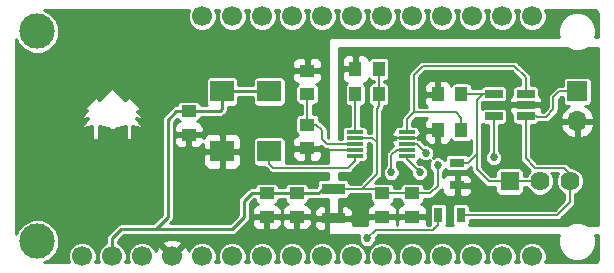
<source format=gtl>
G04 #@! TF.GenerationSoftware,KiCad,Pcbnew,(5.0.0-rc2-dev-444-g2974a2c10)*
G04 #@! TF.CreationDate,2019-07-21T13:12:54-07:00*
G04 #@! TF.ProjectId,Waveform_Generator,57617665666F726D5F47656E65726174,v01*
G04 #@! TF.SameCoordinates,Original*
G04 #@! TF.FileFunction,Copper,L1,Top,Signal*
G04 #@! TF.FilePolarity,Positive*
%FSLAX46Y46*%
G04 Gerber Fmt 4.6, Leading zero omitted, Abs format (unit mm)*
G04 Created by KiCad (PCBNEW (5.0.0-rc2-dev-444-g2974a2c10)) date 07/21/19 13:12:54*
%MOMM*%
%LPD*%
G01*
G04 APERTURE LIST*
%ADD10R,1.000000X0.900000*%
%ADD11O,1.700000X1.700000*%
%ADD12R,1.700000X1.700000*%
%ADD13C,1.620000*%
%ADD14R,1.620000X1.620000*%
%ADD15R,1.400000X0.300000*%
%ADD16R,2.000000X1.800000*%
%ADD17C,1.700000*%
%ADD18C,3.000000*%
%ADD19R,1.250000X1.000000*%
%ADD20R,1.000000X1.250000*%
%ADD21R,1.300000X0.700000*%
%ADD22R,0.700000X1.300000*%
%ADD23R,1.560000X0.650000*%
%ADD24C,0.685800*%
%ADD25C,0.254000*%
%ADD26C,0.152400*%
G04 APERTURE END LIST*
D10*
X123375000Y-111125000D03*
X122375000Y-111125000D03*
X123375000Y-113600000D03*
X122375000Y-113600000D03*
D11*
X143510000Y-105410000D03*
D12*
X143510000Y-102870000D03*
D13*
X142875000Y-110490000D03*
X140335000Y-110490000D03*
D14*
X137795000Y-110490000D03*
D15*
X129073000Y-106315000D03*
X129073000Y-106815000D03*
X129073000Y-107315000D03*
X129073000Y-107815000D03*
X129073000Y-108315000D03*
X124673000Y-108315000D03*
X124673000Y-107815000D03*
X124673000Y-107315000D03*
X124673000Y-106815000D03*
X124673000Y-106315000D03*
D16*
X117443000Y-102870000D03*
X117443000Y-107950000D03*
X113443000Y-107950000D03*
X113443000Y-102870000D03*
D17*
X101600000Y-116840000D03*
X104140000Y-116840000D03*
X106680000Y-116840000D03*
X109220000Y-116840000D03*
X111760000Y-116840000D03*
X114300000Y-116840000D03*
X116840000Y-116840000D03*
X119380000Y-116840000D03*
X121920000Y-116840000D03*
X124460000Y-116840000D03*
X127000000Y-116840000D03*
X129540000Y-116840000D03*
X132080000Y-116840000D03*
X134620000Y-116840000D03*
X137160000Y-116840000D03*
X139700000Y-116840000D03*
X111760000Y-96520000D03*
X114300000Y-96520000D03*
X116840000Y-96520000D03*
X119380000Y-96520000D03*
X121920000Y-96520000D03*
X124460000Y-96520000D03*
X127000000Y-96520000D03*
X129540000Y-96520000D03*
X132080000Y-96520000D03*
X134620000Y-96520000D03*
X137160000Y-96520000D03*
X139700000Y-96520000D03*
D18*
X97790000Y-115570000D03*
X97790000Y-97790000D03*
D19*
X120650000Y-103108000D03*
X120650000Y-101108000D03*
D20*
X124730000Y-100965000D03*
X126730000Y-100965000D03*
X126730000Y-103124000D03*
X124730000Y-103124000D03*
X133715000Y-106172000D03*
X131715000Y-106172000D03*
D19*
X110617000Y-106537000D03*
X110617000Y-104537000D03*
X119761000Y-111499000D03*
X119761000Y-113499000D03*
X129540000Y-113499000D03*
X129540000Y-111499000D03*
D20*
X131715000Y-103124000D03*
X133715000Y-103124000D03*
D19*
X120650000Y-107680000D03*
X120650000Y-105680000D03*
D21*
X133350000Y-108905000D03*
X133350000Y-110805000D03*
D22*
X133665000Y-113334000D03*
X131765000Y-113334000D03*
D19*
X127000000Y-113499000D03*
X127000000Y-111499000D03*
X117221000Y-113499000D03*
X117221000Y-111499000D03*
D23*
X136445000Y-104963000D03*
X136445000Y-103063000D03*
X139145000Y-103063000D03*
X139145000Y-104013000D03*
X139145000Y-104963000D03*
D24*
X131699000Y-109093000D03*
X136445000Y-108458000D03*
X127762000Y-109728000D03*
X130175000Y-109719400D03*
X130683000Y-108072600D03*
X115570000Y-105537000D03*
X120904000Y-98933000D03*
X100330000Y-98933000D03*
X100330000Y-114808000D03*
X115697000Y-114808000D03*
X141605000Y-96520000D03*
X141605000Y-116840000D03*
X128905000Y-99695000D03*
X125603000Y-104902000D03*
X125095000Y-109728000D03*
X125222000Y-112268000D03*
X140335000Y-99695000D03*
X143510000Y-113284000D03*
X133858000Y-107696000D03*
X125730000Y-115316000D03*
D25*
X109585000Y-104537000D02*
X110617000Y-104537000D01*
X104140000Y-116840000D02*
X104140000Y-115316000D01*
X104902000Y-114554000D02*
X107823000Y-114554000D01*
X107823000Y-114554000D02*
X108839000Y-113538000D01*
X108839000Y-113538000D02*
X108839000Y-105283000D01*
X104140000Y-115316000D02*
X104902000Y-114554000D01*
X108839000Y-105283000D02*
X109585000Y-104537000D01*
X113443000Y-104362000D02*
X113443000Y-102870000D01*
X113284000Y-104521000D02*
X113443000Y-104362000D01*
X111512000Y-104521000D02*
X113284000Y-104521000D01*
X110617000Y-104537000D02*
X111496000Y-104537000D01*
X111496000Y-104537000D02*
X111512000Y-104521000D01*
X114697000Y-102870000D02*
X117443000Y-102870000D01*
X113443000Y-102870000D02*
X114697000Y-102870000D01*
X107823000Y-114554000D02*
X114300000Y-114554000D01*
X114300000Y-114554000D02*
X115316000Y-113538000D01*
X115316000Y-113538000D02*
X115316000Y-112141000D01*
X115958000Y-111499000D02*
X117221000Y-111499000D01*
X115316000Y-112141000D02*
X115958000Y-111499000D01*
X117221000Y-111499000D02*
X119761000Y-111499000D01*
X121612000Y-111499000D02*
X121986000Y-111125000D01*
X119761000Y-111499000D02*
X121612000Y-111499000D01*
D26*
X124673000Y-107315000D02*
X123063000Y-107315000D01*
X120650000Y-105680000D02*
X120650000Y-103108000D01*
X120650000Y-105680000D02*
X121412000Y-105680000D01*
X121412000Y-105680000D02*
X121285000Y-105680000D01*
X121428000Y-105680000D02*
X120650000Y-105680000D01*
X121920000Y-106172000D02*
X121428000Y-105680000D01*
X121920000Y-106934000D02*
X121920000Y-106172000D01*
X123063000Y-107315000D02*
X122301000Y-107315000D01*
X122301000Y-107315000D02*
X121920000Y-106934000D01*
X126626000Y-111125000D02*
X127000000Y-111499000D01*
X124775000Y-111125000D02*
X126626000Y-111125000D01*
X127000000Y-111499000D02*
X129540000Y-111499000D01*
X125277400Y-111125000D02*
X126547400Y-109855000D01*
X124775000Y-111125000D02*
X125277400Y-111125000D01*
X126174400Y-106815000D02*
X126547400Y-107188000D01*
X124673000Y-106815000D02*
X126174400Y-106815000D01*
X126547400Y-109855000D02*
X126547400Y-107188000D01*
X136445000Y-106600000D02*
X136445000Y-106600000D01*
X126547400Y-107188000D02*
X126547400Y-104322400D01*
X126730000Y-104139800D02*
X126730000Y-103124000D01*
X126547400Y-104322400D02*
X126730000Y-104139800D01*
X126730000Y-102346600D02*
X126730000Y-100965000D01*
X126730000Y-103124000D02*
X126730000Y-102346600D01*
X131699000Y-110236000D02*
X131699000Y-109093000D01*
X131699000Y-110871000D02*
X131699000Y-110236000D01*
X131071000Y-111499000D02*
X131699000Y-110871000D01*
X129540000Y-111499000D02*
X131071000Y-111499000D01*
X124673000Y-106315000D02*
X124673000Y-106012600D01*
X124730000Y-105955600D02*
X124730000Y-103124000D01*
X124673000Y-106012600D02*
X124730000Y-105955600D01*
X133715000Y-105140000D02*
X133715000Y-106172000D01*
X133223000Y-104648000D02*
X133715000Y-105140000D01*
X131064000Y-104648000D02*
X133223000Y-104648000D01*
X139145000Y-103063000D02*
X139145000Y-102585600D01*
X129073000Y-106315000D02*
X129073000Y-105242000D01*
X129667000Y-104648000D02*
X131064000Y-104648000D01*
X129073000Y-105242000D02*
X129667000Y-104648000D01*
X133776000Y-103063000D02*
X133715000Y-103124000D01*
X136445000Y-103063000D02*
X133776000Y-103063000D01*
X135512600Y-103063000D02*
X135001000Y-103574600D01*
X136445000Y-103063000D02*
X135512600Y-103063000D01*
X135001000Y-103574600D02*
X135001000Y-108204000D01*
X134300000Y-108905000D02*
X133350000Y-108905000D01*
X135001000Y-108204000D02*
X134300000Y-108905000D01*
X140077400Y-104963000D02*
X140143400Y-105029000D01*
X139145000Y-104963000D02*
X140077400Y-104963000D01*
X140143400Y-105029000D02*
X140843000Y-105029000D01*
X140843000Y-105029000D02*
X141478000Y-104394000D01*
X141478000Y-104394000D02*
X141478000Y-103378000D01*
X141986000Y-102870000D02*
X143510000Y-102870000D01*
X141478000Y-103378000D02*
X141986000Y-102870000D01*
X127762000Y-109243067D02*
X127762000Y-109728000D01*
X127762000Y-108273600D02*
X127762000Y-109243067D01*
X128220600Y-107815000D02*
X127762000Y-108273600D01*
X129073000Y-107815000D02*
X128220600Y-107815000D01*
X129073000Y-108617400D02*
X130175000Y-109719400D01*
X129073000Y-108315000D02*
X129073000Y-108617400D01*
X130175000Y-109719400D02*
X130175000Y-109719400D01*
X129925400Y-107315000D02*
X130683000Y-108072600D01*
X129073000Y-107315000D02*
X129925400Y-107315000D01*
X130683000Y-108072600D02*
X130683000Y-108072600D01*
X117443000Y-109002400D02*
X117787600Y-109347000D01*
X117443000Y-107950000D02*
X117443000Y-109002400D01*
X117787600Y-109347000D02*
X124079000Y-109347000D01*
X124673000Y-108753000D02*
X124673000Y-108315000D01*
X124079000Y-109347000D02*
X124673000Y-108753000D01*
X120785000Y-107815000D02*
X120650000Y-107680000D01*
X124673000Y-107815000D02*
X120785000Y-107815000D01*
D25*
X122375000Y-111125000D02*
X121986000Y-111125000D01*
D26*
X136445000Y-107973067D02*
X136445000Y-106426000D01*
X136445000Y-108458000D02*
X136445000Y-107973067D01*
X136445000Y-104963000D02*
X136445000Y-106426000D01*
X136445000Y-106426000D02*
X136445000Y-106600000D01*
X123886000Y-111125000D02*
X124775000Y-111125000D01*
X123375000Y-111125000D02*
X123886000Y-111125000D01*
X129925400Y-106815000D02*
X130568400Y-106172000D01*
X129073000Y-106815000D02*
X129925400Y-106815000D01*
X130568400Y-106172000D02*
X131715000Y-106172000D01*
X129073000Y-106815000D02*
X128024000Y-106815000D01*
X139145000Y-103063000D02*
X139145000Y-101680000D01*
X139145000Y-101680000D02*
X138176000Y-100711000D01*
X138176000Y-100711000D02*
X130429000Y-100711000D01*
X129667000Y-101473000D02*
X129667000Y-104648000D01*
X130429000Y-100711000D02*
X129667000Y-101473000D01*
X135001000Y-108204000D02*
X135001000Y-109474000D01*
X136017000Y-110490000D02*
X137795000Y-110490000D01*
X135001000Y-109474000D02*
X136017000Y-110490000D01*
X137795000Y-110490000D02*
X140335000Y-110490000D01*
X139145000Y-108538000D02*
X139145000Y-104963000D01*
X133665000Y-113334000D02*
X141809000Y-113334000D01*
X141809000Y-113334000D02*
X142875000Y-112268000D01*
X142875000Y-112268000D02*
X142875000Y-109855000D01*
X142875000Y-109855000D02*
X142367000Y-109347000D01*
X142367000Y-109347000D02*
X139954000Y-109347000D01*
X139954000Y-109347000D02*
X139145000Y-108538000D01*
X131765000Y-114136400D02*
X131347400Y-114554000D01*
X131765000Y-113334000D02*
X131765000Y-114136400D01*
X131309299Y-114592101D02*
X131765000Y-114136400D01*
X125730000Y-115316000D02*
X126453899Y-114592101D01*
X126453899Y-114592101D02*
X131309299Y-114592101D01*
D25*
G36*
X143185574Y-99421000D02*
X143834426Y-99421000D01*
X144399352Y-99187000D01*
X145288000Y-99187000D01*
X145288000Y-114173000D01*
X144399352Y-114173000D01*
X143834426Y-113939000D01*
X143185574Y-113939000D01*
X142620648Y-114173000D01*
X134346939Y-114173000D01*
X134373894Y-114132659D01*
X134403464Y-113984000D01*
X134403464Y-113791200D01*
X141763970Y-113791200D01*
X141809000Y-113800157D01*
X141854030Y-113791200D01*
X141987391Y-113764673D01*
X142138623Y-113663623D01*
X142164132Y-113625446D01*
X143166446Y-112623132D01*
X143204623Y-112597623D01*
X143305673Y-112446391D01*
X143317394Y-112387464D01*
X143341157Y-112268000D01*
X143332200Y-112222970D01*
X143332200Y-111589751D01*
X143549647Y-111499681D01*
X143884681Y-111164647D01*
X144066000Y-110726905D01*
X144066000Y-110253095D01*
X143884681Y-109815353D01*
X143549647Y-109480319D01*
X143111905Y-109299000D01*
X142965578Y-109299000D01*
X142722132Y-109055554D01*
X142696623Y-109017377D01*
X142545391Y-108916327D01*
X142412030Y-108889800D01*
X142367000Y-108880843D01*
X142321970Y-108889800D01*
X140143379Y-108889800D01*
X139602200Y-108348622D01*
X139602200Y-105766890D01*
X142068524Y-105766890D01*
X142238355Y-106176924D01*
X142628642Y-106605183D01*
X143153108Y-106851486D01*
X143383000Y-106730819D01*
X143383000Y-105537000D01*
X143637000Y-105537000D01*
X143637000Y-106730819D01*
X143866892Y-106851486D01*
X144391358Y-106605183D01*
X144781645Y-106176924D01*
X144951476Y-105766890D01*
X144830155Y-105537000D01*
X143637000Y-105537000D01*
X143383000Y-105537000D01*
X142189845Y-105537000D01*
X142068524Y-105766890D01*
X139602200Y-105766890D01*
X139602200Y-105676464D01*
X139925000Y-105676464D01*
X140073659Y-105646894D01*
X140199686Y-105562686D01*
X140250792Y-105486200D01*
X140797970Y-105486200D01*
X140843000Y-105495157D01*
X140888030Y-105486200D01*
X141021391Y-105459673D01*
X141172623Y-105358623D01*
X141198132Y-105320446D01*
X141769446Y-104749132D01*
X141807623Y-104723623D01*
X141908673Y-104572391D01*
X141929117Y-104469610D01*
X141944157Y-104394000D01*
X141935200Y-104348970D01*
X141935200Y-103567378D01*
X142175378Y-103327200D01*
X142271536Y-103327200D01*
X142271536Y-103720000D01*
X142301106Y-103868659D01*
X142385314Y-103994686D01*
X142511341Y-104078894D01*
X142660000Y-104108464D01*
X142855105Y-104108464D01*
X142628642Y-104214817D01*
X142238355Y-104643076D01*
X142068524Y-105053110D01*
X142189845Y-105283000D01*
X143383000Y-105283000D01*
X143383000Y-105263000D01*
X143637000Y-105263000D01*
X143637000Y-105283000D01*
X144830155Y-105283000D01*
X144951476Y-105053110D01*
X144781645Y-104643076D01*
X144391358Y-104214817D01*
X144164895Y-104108464D01*
X144360000Y-104108464D01*
X144508659Y-104078894D01*
X144634686Y-103994686D01*
X144718894Y-103868659D01*
X144748464Y-103720000D01*
X144748464Y-102020000D01*
X144718894Y-101871341D01*
X144634686Y-101745314D01*
X144508659Y-101661106D01*
X144360000Y-101631536D01*
X142660000Y-101631536D01*
X142511341Y-101661106D01*
X142385314Y-101745314D01*
X142301106Y-101871341D01*
X142271536Y-102020000D01*
X142271536Y-102412800D01*
X142031024Y-102412800D01*
X141985999Y-102403844D01*
X141940974Y-102412800D01*
X141940970Y-102412800D01*
X141807609Y-102439327D01*
X141656377Y-102540377D01*
X141630868Y-102578554D01*
X141186552Y-103022870D01*
X141148378Y-103048377D01*
X141122871Y-103086551D01*
X141122870Y-103086552D01*
X141047327Y-103199610D01*
X141011843Y-103378000D01*
X141020801Y-103423034D01*
X141020800Y-104204622D01*
X140653622Y-104571800D01*
X140515476Y-104571800D01*
X140560000Y-104464310D01*
X140560000Y-104298750D01*
X140401250Y-104140000D01*
X139272000Y-104140000D01*
X139272000Y-104160000D01*
X139018000Y-104160000D01*
X139018000Y-104140000D01*
X137888750Y-104140000D01*
X137730000Y-104298750D01*
X137730000Y-104464310D01*
X137826673Y-104697699D01*
X137976536Y-104847561D01*
X137976536Y-105288000D01*
X138006106Y-105436659D01*
X138090314Y-105562686D01*
X138216341Y-105646894D01*
X138365000Y-105676464D01*
X138687801Y-105676464D01*
X138687800Y-108492970D01*
X138678843Y-108538000D01*
X138698414Y-108636390D01*
X138714327Y-108716390D01*
X138815377Y-108867623D01*
X138853554Y-108893132D01*
X139550547Y-109590125D01*
X139325319Y-109815353D01*
X139235249Y-110032800D01*
X138993464Y-110032800D01*
X138993464Y-109680000D01*
X138963894Y-109531341D01*
X138879686Y-109405314D01*
X138753659Y-109321106D01*
X138605000Y-109291536D01*
X136985000Y-109291536D01*
X136836341Y-109321106D01*
X136710314Y-109405314D01*
X136626106Y-109531341D01*
X136596536Y-109680000D01*
X136596536Y-110032800D01*
X136206379Y-110032800D01*
X135458200Y-109284622D01*
X135458200Y-108249030D01*
X135467157Y-108204000D01*
X135458200Y-108158970D01*
X135458200Y-105608046D01*
X135516341Y-105646894D01*
X135665000Y-105676464D01*
X135987800Y-105676464D01*
X135987801Y-106380966D01*
X135987800Y-106380971D01*
X135987800Y-106554970D01*
X135978843Y-106600000D01*
X135987801Y-106645034D01*
X135987800Y-107891451D01*
X135831307Y-108047944D01*
X135721100Y-108314007D01*
X135721100Y-108601993D01*
X135831307Y-108868056D01*
X136034944Y-109071693D01*
X136301007Y-109181900D01*
X136588993Y-109181900D01*
X136855056Y-109071693D01*
X137058693Y-108868056D01*
X137168900Y-108601993D01*
X137168900Y-108314007D01*
X137058693Y-108047944D01*
X136902200Y-107891451D01*
X136902200Y-106645029D01*
X136911157Y-106600000D01*
X136902200Y-106554970D01*
X136902200Y-105676464D01*
X137225000Y-105676464D01*
X137373659Y-105646894D01*
X137499686Y-105562686D01*
X137583894Y-105436659D01*
X137613464Y-105288000D01*
X137613464Y-104638000D01*
X137583894Y-104489341D01*
X137499686Y-104363314D01*
X137373659Y-104279106D01*
X137225000Y-104249536D01*
X135665000Y-104249536D01*
X135516341Y-104279106D01*
X135458200Y-104317954D01*
X135458200Y-103763978D01*
X135491729Y-103730449D01*
X135516341Y-103746894D01*
X135665000Y-103776464D01*
X137225000Y-103776464D01*
X137373659Y-103746894D01*
X137499686Y-103662686D01*
X137583894Y-103536659D01*
X137613464Y-103388000D01*
X137613464Y-102738000D01*
X137583894Y-102589341D01*
X137499686Y-102463314D01*
X137373659Y-102379106D01*
X137225000Y-102349536D01*
X135665000Y-102349536D01*
X135516341Y-102379106D01*
X135390314Y-102463314D01*
X135306106Y-102589341D01*
X135302832Y-102605800D01*
X134603464Y-102605800D01*
X134603464Y-102499000D01*
X134573894Y-102350341D01*
X134489686Y-102224314D01*
X134363659Y-102140106D01*
X134215000Y-102110536D01*
X133215000Y-102110536D01*
X133066341Y-102140106D01*
X132940314Y-102224314D01*
X132856106Y-102350341D01*
X132850000Y-102381038D01*
X132850000Y-102372690D01*
X132753327Y-102139301D01*
X132574698Y-101960673D01*
X132341309Y-101864000D01*
X132000750Y-101864000D01*
X131842000Y-102022750D01*
X131842000Y-102997000D01*
X131862000Y-102997000D01*
X131862000Y-103251000D01*
X131842000Y-103251000D01*
X131842000Y-103271000D01*
X131588000Y-103271000D01*
X131588000Y-103251000D01*
X130738750Y-103251000D01*
X130580000Y-103409750D01*
X130580000Y-103875310D01*
X130676673Y-104108699D01*
X130758774Y-104190800D01*
X130124200Y-104190800D01*
X130124200Y-102372690D01*
X130580000Y-102372690D01*
X130580000Y-102838250D01*
X130738750Y-102997000D01*
X131588000Y-102997000D01*
X131588000Y-102022750D01*
X131429250Y-101864000D01*
X131088691Y-101864000D01*
X130855302Y-101960673D01*
X130676673Y-102139301D01*
X130580000Y-102372690D01*
X130124200Y-102372690D01*
X130124200Y-101662378D01*
X130618379Y-101168200D01*
X137986622Y-101168200D01*
X138687801Y-101869380D01*
X138687801Y-102349536D01*
X138365000Y-102349536D01*
X138216341Y-102379106D01*
X138090314Y-102463314D01*
X138006106Y-102589341D01*
X137976536Y-102738000D01*
X137976536Y-103178439D01*
X137826673Y-103328301D01*
X137730000Y-103561690D01*
X137730000Y-103727250D01*
X137888750Y-103886000D01*
X139018000Y-103886000D01*
X139018000Y-103866000D01*
X139272000Y-103866000D01*
X139272000Y-103886000D01*
X140401250Y-103886000D01*
X140560000Y-103727250D01*
X140560000Y-103561690D01*
X140463327Y-103328301D01*
X140313464Y-103178439D01*
X140313464Y-102738000D01*
X140283894Y-102589341D01*
X140199686Y-102463314D01*
X140073659Y-102379106D01*
X139925000Y-102349536D01*
X139602200Y-102349536D01*
X139602200Y-101725030D01*
X139611157Y-101680000D01*
X139575673Y-101501609D01*
X139500130Y-101388551D01*
X139474623Y-101350377D01*
X139436449Y-101324870D01*
X138531132Y-100419554D01*
X138505623Y-100381377D01*
X138354391Y-100280327D01*
X138221030Y-100253800D01*
X138176000Y-100244843D01*
X138130970Y-100253800D01*
X130474030Y-100253800D01*
X130429000Y-100244843D01*
X130383970Y-100253800D01*
X130250609Y-100280327D01*
X130099377Y-100381377D01*
X130073870Y-100419551D01*
X129375554Y-101117868D01*
X129337377Y-101143377D01*
X129266584Y-101249327D01*
X129236327Y-101294610D01*
X129200843Y-101473000D01*
X129209800Y-101518030D01*
X129209801Y-104458620D01*
X128781552Y-104886870D01*
X128743378Y-104912377D01*
X128717871Y-104950551D01*
X128717870Y-104950552D01*
X128642327Y-105063610D01*
X128606843Y-105242000D01*
X128615801Y-105287034D01*
X128615801Y-105776536D01*
X128373000Y-105776536D01*
X128224341Y-105806106D01*
X128098314Y-105890314D01*
X128014106Y-106016341D01*
X127986910Y-106153065D01*
X127834673Y-106305301D01*
X127738000Y-106538690D01*
X127738000Y-106581250D01*
X127896750Y-106740000D01*
X128098784Y-106740000D01*
X128211030Y-106815000D01*
X128098784Y-106890000D01*
X127896750Y-106890000D01*
X127738000Y-107048750D01*
X127738000Y-107091310D01*
X127834673Y-107324699D01*
X127953545Y-107443570D01*
X127890977Y-107485377D01*
X127865468Y-107523554D01*
X127470554Y-107918468D01*
X127432377Y-107943977D01*
X127331328Y-108095209D01*
X127331327Y-108095210D01*
X127295843Y-108273600D01*
X127304800Y-108318630D01*
X127304801Y-109161450D01*
X127148307Y-109317944D01*
X127038100Y-109584007D01*
X127038100Y-109871993D01*
X127148307Y-110138056D01*
X127351944Y-110341693D01*
X127618007Y-110451900D01*
X127905993Y-110451900D01*
X128172056Y-110341693D01*
X128375693Y-110138056D01*
X128485900Y-109871993D01*
X128485900Y-109584007D01*
X128375693Y-109317944D01*
X128219200Y-109161451D01*
X128219200Y-108820459D01*
X128224341Y-108823894D01*
X128373000Y-108853464D01*
X128680864Y-108853464D01*
X128705143Y-108889800D01*
X128743378Y-108947023D01*
X128781552Y-108972530D01*
X129451100Y-109642078D01*
X129451100Y-109863393D01*
X129561307Y-110129456D01*
X129764944Y-110333093D01*
X130031007Y-110443300D01*
X130318993Y-110443300D01*
X130585056Y-110333093D01*
X130788693Y-110129456D01*
X130898900Y-109863393D01*
X130898900Y-109575407D01*
X130788693Y-109309344D01*
X130585056Y-109105707D01*
X130318993Y-108995500D01*
X130097678Y-108995500D01*
X129924304Y-108822126D01*
X130047686Y-108739686D01*
X130131894Y-108613659D01*
X130143245Y-108556594D01*
X130272944Y-108686293D01*
X130539007Y-108796500D01*
X130826993Y-108796500D01*
X131082028Y-108690861D01*
X130975100Y-108949007D01*
X130975100Y-109236993D01*
X131085307Y-109503056D01*
X131241801Y-109659550D01*
X131241800Y-110281029D01*
X131241801Y-110281033D01*
X131241800Y-110681621D01*
X130881622Y-111041800D01*
X130553464Y-111041800D01*
X130553464Y-110999000D01*
X130523894Y-110850341D01*
X130439686Y-110724314D01*
X130313659Y-110640106D01*
X130165000Y-110610536D01*
X128915000Y-110610536D01*
X128766341Y-110640106D01*
X128640314Y-110724314D01*
X128556106Y-110850341D01*
X128526536Y-110999000D01*
X128526536Y-111041800D01*
X128013464Y-111041800D01*
X128013464Y-110999000D01*
X127983894Y-110850341D01*
X127899686Y-110724314D01*
X127773659Y-110640106D01*
X127625000Y-110610536D01*
X126438443Y-110610536D01*
X126838850Y-110210129D01*
X126877023Y-110184623D01*
X126978073Y-110033391D01*
X127003338Y-109906377D01*
X127013557Y-109855001D01*
X127004600Y-109809970D01*
X127004600Y-107233029D01*
X127013557Y-107188000D01*
X127004600Y-107142970D01*
X127004600Y-104511777D01*
X127021444Y-104494933D01*
X127059623Y-104469423D01*
X127160673Y-104318191D01*
X127181235Y-104214817D01*
X127196157Y-104139801D01*
X127195692Y-104137464D01*
X127230000Y-104137464D01*
X127378659Y-104107894D01*
X127504686Y-104023686D01*
X127588894Y-103897659D01*
X127618464Y-103749000D01*
X127618464Y-102499000D01*
X127588894Y-102350341D01*
X127504686Y-102224314D01*
X127378659Y-102140106D01*
X127230000Y-102110536D01*
X127187200Y-102110536D01*
X127187200Y-101978464D01*
X127230000Y-101978464D01*
X127378659Y-101948894D01*
X127504686Y-101864686D01*
X127588894Y-101738659D01*
X127618464Y-101590000D01*
X127618464Y-100340000D01*
X127588894Y-100191341D01*
X127504686Y-100065314D01*
X127378659Y-99981106D01*
X127230000Y-99951536D01*
X126230000Y-99951536D01*
X126081341Y-99981106D01*
X125955314Y-100065314D01*
X125871106Y-100191341D01*
X125865000Y-100222038D01*
X125865000Y-100213690D01*
X125768327Y-99980301D01*
X125589698Y-99801673D01*
X125356309Y-99705000D01*
X125015750Y-99705000D01*
X124857000Y-99863750D01*
X124857000Y-100838000D01*
X124877000Y-100838000D01*
X124877000Y-101092000D01*
X124857000Y-101092000D01*
X124857000Y-101112000D01*
X124603000Y-101112000D01*
X124603000Y-101092000D01*
X123753750Y-101092000D01*
X123595000Y-101250750D01*
X123595000Y-101716310D01*
X123691673Y-101949699D01*
X123870302Y-102128327D01*
X124011462Y-102186797D01*
X123955314Y-102224314D01*
X123871106Y-102350341D01*
X123841536Y-102499000D01*
X123841536Y-103749000D01*
X123871106Y-103897659D01*
X123955314Y-104023686D01*
X124081341Y-104107894D01*
X124230000Y-104137464D01*
X124272801Y-104137464D01*
X124272800Y-105776536D01*
X123973000Y-105776536D01*
X123824341Y-105806106D01*
X123698314Y-105890314D01*
X123614106Y-106016341D01*
X123584536Y-106165000D01*
X123584536Y-106465000D01*
X123604427Y-106565000D01*
X123584536Y-106665000D01*
X123584536Y-106857800D01*
X123317000Y-106857800D01*
X123317000Y-100213690D01*
X123595000Y-100213690D01*
X123595000Y-100679250D01*
X123753750Y-100838000D01*
X124603000Y-100838000D01*
X124603000Y-99863750D01*
X124444250Y-99705000D01*
X124103691Y-99705000D01*
X123870302Y-99801673D01*
X123691673Y-99980301D01*
X123595000Y-100213690D01*
X123317000Y-100213690D01*
X123317000Y-99187000D01*
X142620648Y-99187000D01*
X143185574Y-99421000D01*
X143185574Y-99421000D01*
G37*
X143185574Y-99421000D02*
X143834426Y-99421000D01*
X144399352Y-99187000D01*
X145288000Y-99187000D01*
X145288000Y-114173000D01*
X144399352Y-114173000D01*
X143834426Y-113939000D01*
X143185574Y-113939000D01*
X142620648Y-114173000D01*
X134346939Y-114173000D01*
X134373894Y-114132659D01*
X134403464Y-113984000D01*
X134403464Y-113791200D01*
X141763970Y-113791200D01*
X141809000Y-113800157D01*
X141854030Y-113791200D01*
X141987391Y-113764673D01*
X142138623Y-113663623D01*
X142164132Y-113625446D01*
X143166446Y-112623132D01*
X143204623Y-112597623D01*
X143305673Y-112446391D01*
X143317394Y-112387464D01*
X143341157Y-112268000D01*
X143332200Y-112222970D01*
X143332200Y-111589751D01*
X143549647Y-111499681D01*
X143884681Y-111164647D01*
X144066000Y-110726905D01*
X144066000Y-110253095D01*
X143884681Y-109815353D01*
X143549647Y-109480319D01*
X143111905Y-109299000D01*
X142965578Y-109299000D01*
X142722132Y-109055554D01*
X142696623Y-109017377D01*
X142545391Y-108916327D01*
X142412030Y-108889800D01*
X142367000Y-108880843D01*
X142321970Y-108889800D01*
X140143379Y-108889800D01*
X139602200Y-108348622D01*
X139602200Y-105766890D01*
X142068524Y-105766890D01*
X142238355Y-106176924D01*
X142628642Y-106605183D01*
X143153108Y-106851486D01*
X143383000Y-106730819D01*
X143383000Y-105537000D01*
X143637000Y-105537000D01*
X143637000Y-106730819D01*
X143866892Y-106851486D01*
X144391358Y-106605183D01*
X144781645Y-106176924D01*
X144951476Y-105766890D01*
X144830155Y-105537000D01*
X143637000Y-105537000D01*
X143383000Y-105537000D01*
X142189845Y-105537000D01*
X142068524Y-105766890D01*
X139602200Y-105766890D01*
X139602200Y-105676464D01*
X139925000Y-105676464D01*
X140073659Y-105646894D01*
X140199686Y-105562686D01*
X140250792Y-105486200D01*
X140797970Y-105486200D01*
X140843000Y-105495157D01*
X140888030Y-105486200D01*
X141021391Y-105459673D01*
X141172623Y-105358623D01*
X141198132Y-105320446D01*
X141769446Y-104749132D01*
X141807623Y-104723623D01*
X141908673Y-104572391D01*
X141929117Y-104469610D01*
X141944157Y-104394000D01*
X141935200Y-104348970D01*
X141935200Y-103567378D01*
X142175378Y-103327200D01*
X142271536Y-103327200D01*
X142271536Y-103720000D01*
X142301106Y-103868659D01*
X142385314Y-103994686D01*
X142511341Y-104078894D01*
X142660000Y-104108464D01*
X142855105Y-104108464D01*
X142628642Y-104214817D01*
X142238355Y-104643076D01*
X142068524Y-105053110D01*
X142189845Y-105283000D01*
X143383000Y-105283000D01*
X143383000Y-105263000D01*
X143637000Y-105263000D01*
X143637000Y-105283000D01*
X144830155Y-105283000D01*
X144951476Y-105053110D01*
X144781645Y-104643076D01*
X144391358Y-104214817D01*
X144164895Y-104108464D01*
X144360000Y-104108464D01*
X144508659Y-104078894D01*
X144634686Y-103994686D01*
X144718894Y-103868659D01*
X144748464Y-103720000D01*
X144748464Y-102020000D01*
X144718894Y-101871341D01*
X144634686Y-101745314D01*
X144508659Y-101661106D01*
X144360000Y-101631536D01*
X142660000Y-101631536D01*
X142511341Y-101661106D01*
X142385314Y-101745314D01*
X142301106Y-101871341D01*
X142271536Y-102020000D01*
X142271536Y-102412800D01*
X142031024Y-102412800D01*
X141985999Y-102403844D01*
X141940974Y-102412800D01*
X141940970Y-102412800D01*
X141807609Y-102439327D01*
X141656377Y-102540377D01*
X141630868Y-102578554D01*
X141186552Y-103022870D01*
X141148378Y-103048377D01*
X141122871Y-103086551D01*
X141122870Y-103086552D01*
X141047327Y-103199610D01*
X141011843Y-103378000D01*
X141020801Y-103423034D01*
X141020800Y-104204622D01*
X140653622Y-104571800D01*
X140515476Y-104571800D01*
X140560000Y-104464310D01*
X140560000Y-104298750D01*
X140401250Y-104140000D01*
X139272000Y-104140000D01*
X139272000Y-104160000D01*
X139018000Y-104160000D01*
X139018000Y-104140000D01*
X137888750Y-104140000D01*
X137730000Y-104298750D01*
X137730000Y-104464310D01*
X137826673Y-104697699D01*
X137976536Y-104847561D01*
X137976536Y-105288000D01*
X138006106Y-105436659D01*
X138090314Y-105562686D01*
X138216341Y-105646894D01*
X138365000Y-105676464D01*
X138687801Y-105676464D01*
X138687800Y-108492970D01*
X138678843Y-108538000D01*
X138698414Y-108636390D01*
X138714327Y-108716390D01*
X138815377Y-108867623D01*
X138853554Y-108893132D01*
X139550547Y-109590125D01*
X139325319Y-109815353D01*
X139235249Y-110032800D01*
X138993464Y-110032800D01*
X138993464Y-109680000D01*
X138963894Y-109531341D01*
X138879686Y-109405314D01*
X138753659Y-109321106D01*
X138605000Y-109291536D01*
X136985000Y-109291536D01*
X136836341Y-109321106D01*
X136710314Y-109405314D01*
X136626106Y-109531341D01*
X136596536Y-109680000D01*
X136596536Y-110032800D01*
X136206379Y-110032800D01*
X135458200Y-109284622D01*
X135458200Y-108249030D01*
X135467157Y-108204000D01*
X135458200Y-108158970D01*
X135458200Y-105608046D01*
X135516341Y-105646894D01*
X135665000Y-105676464D01*
X135987800Y-105676464D01*
X135987801Y-106380966D01*
X135987800Y-106380971D01*
X135987800Y-106554970D01*
X135978843Y-106600000D01*
X135987801Y-106645034D01*
X135987800Y-107891451D01*
X135831307Y-108047944D01*
X135721100Y-108314007D01*
X135721100Y-108601993D01*
X135831307Y-108868056D01*
X136034944Y-109071693D01*
X136301007Y-109181900D01*
X136588993Y-109181900D01*
X136855056Y-109071693D01*
X137058693Y-108868056D01*
X137168900Y-108601993D01*
X137168900Y-108314007D01*
X137058693Y-108047944D01*
X136902200Y-107891451D01*
X136902200Y-106645029D01*
X136911157Y-106600000D01*
X136902200Y-106554970D01*
X136902200Y-105676464D01*
X137225000Y-105676464D01*
X137373659Y-105646894D01*
X137499686Y-105562686D01*
X137583894Y-105436659D01*
X137613464Y-105288000D01*
X137613464Y-104638000D01*
X137583894Y-104489341D01*
X137499686Y-104363314D01*
X137373659Y-104279106D01*
X137225000Y-104249536D01*
X135665000Y-104249536D01*
X135516341Y-104279106D01*
X135458200Y-104317954D01*
X135458200Y-103763978D01*
X135491729Y-103730449D01*
X135516341Y-103746894D01*
X135665000Y-103776464D01*
X137225000Y-103776464D01*
X137373659Y-103746894D01*
X137499686Y-103662686D01*
X137583894Y-103536659D01*
X137613464Y-103388000D01*
X137613464Y-102738000D01*
X137583894Y-102589341D01*
X137499686Y-102463314D01*
X137373659Y-102379106D01*
X137225000Y-102349536D01*
X135665000Y-102349536D01*
X135516341Y-102379106D01*
X135390314Y-102463314D01*
X135306106Y-102589341D01*
X135302832Y-102605800D01*
X134603464Y-102605800D01*
X134603464Y-102499000D01*
X134573894Y-102350341D01*
X134489686Y-102224314D01*
X134363659Y-102140106D01*
X134215000Y-102110536D01*
X133215000Y-102110536D01*
X133066341Y-102140106D01*
X132940314Y-102224314D01*
X132856106Y-102350341D01*
X132850000Y-102381038D01*
X132850000Y-102372690D01*
X132753327Y-102139301D01*
X132574698Y-101960673D01*
X132341309Y-101864000D01*
X132000750Y-101864000D01*
X131842000Y-102022750D01*
X131842000Y-102997000D01*
X131862000Y-102997000D01*
X131862000Y-103251000D01*
X131842000Y-103251000D01*
X131842000Y-103271000D01*
X131588000Y-103271000D01*
X131588000Y-103251000D01*
X130738750Y-103251000D01*
X130580000Y-103409750D01*
X130580000Y-103875310D01*
X130676673Y-104108699D01*
X130758774Y-104190800D01*
X130124200Y-104190800D01*
X130124200Y-102372690D01*
X130580000Y-102372690D01*
X130580000Y-102838250D01*
X130738750Y-102997000D01*
X131588000Y-102997000D01*
X131588000Y-102022750D01*
X131429250Y-101864000D01*
X131088691Y-101864000D01*
X130855302Y-101960673D01*
X130676673Y-102139301D01*
X130580000Y-102372690D01*
X130124200Y-102372690D01*
X130124200Y-101662378D01*
X130618379Y-101168200D01*
X137986622Y-101168200D01*
X138687801Y-101869380D01*
X138687801Y-102349536D01*
X138365000Y-102349536D01*
X138216341Y-102379106D01*
X138090314Y-102463314D01*
X138006106Y-102589341D01*
X137976536Y-102738000D01*
X137976536Y-103178439D01*
X137826673Y-103328301D01*
X137730000Y-103561690D01*
X137730000Y-103727250D01*
X137888750Y-103886000D01*
X139018000Y-103886000D01*
X139018000Y-103866000D01*
X139272000Y-103866000D01*
X139272000Y-103886000D01*
X140401250Y-103886000D01*
X140560000Y-103727250D01*
X140560000Y-103561690D01*
X140463327Y-103328301D01*
X140313464Y-103178439D01*
X140313464Y-102738000D01*
X140283894Y-102589341D01*
X140199686Y-102463314D01*
X140073659Y-102379106D01*
X139925000Y-102349536D01*
X139602200Y-102349536D01*
X139602200Y-101725030D01*
X139611157Y-101680000D01*
X139575673Y-101501609D01*
X139500130Y-101388551D01*
X139474623Y-101350377D01*
X139436449Y-101324870D01*
X138531132Y-100419554D01*
X138505623Y-100381377D01*
X138354391Y-100280327D01*
X138221030Y-100253800D01*
X138176000Y-100244843D01*
X138130970Y-100253800D01*
X130474030Y-100253800D01*
X130429000Y-100244843D01*
X130383970Y-100253800D01*
X130250609Y-100280327D01*
X130099377Y-100381377D01*
X130073870Y-100419551D01*
X129375554Y-101117868D01*
X129337377Y-101143377D01*
X129266584Y-101249327D01*
X129236327Y-101294610D01*
X129200843Y-101473000D01*
X129209800Y-101518030D01*
X129209801Y-104458620D01*
X128781552Y-104886870D01*
X128743378Y-104912377D01*
X128717871Y-104950551D01*
X128717870Y-104950552D01*
X128642327Y-105063610D01*
X128606843Y-105242000D01*
X128615801Y-105287034D01*
X128615801Y-105776536D01*
X128373000Y-105776536D01*
X128224341Y-105806106D01*
X128098314Y-105890314D01*
X128014106Y-106016341D01*
X127986910Y-106153065D01*
X127834673Y-106305301D01*
X127738000Y-106538690D01*
X127738000Y-106581250D01*
X127896750Y-106740000D01*
X128098784Y-106740000D01*
X128211030Y-106815000D01*
X128098784Y-106890000D01*
X127896750Y-106890000D01*
X127738000Y-107048750D01*
X127738000Y-107091310D01*
X127834673Y-107324699D01*
X127953545Y-107443570D01*
X127890977Y-107485377D01*
X127865468Y-107523554D01*
X127470554Y-107918468D01*
X127432377Y-107943977D01*
X127331328Y-108095209D01*
X127331327Y-108095210D01*
X127295843Y-108273600D01*
X127304800Y-108318630D01*
X127304801Y-109161450D01*
X127148307Y-109317944D01*
X127038100Y-109584007D01*
X127038100Y-109871993D01*
X127148307Y-110138056D01*
X127351944Y-110341693D01*
X127618007Y-110451900D01*
X127905993Y-110451900D01*
X128172056Y-110341693D01*
X128375693Y-110138056D01*
X128485900Y-109871993D01*
X128485900Y-109584007D01*
X128375693Y-109317944D01*
X128219200Y-109161451D01*
X128219200Y-108820459D01*
X128224341Y-108823894D01*
X128373000Y-108853464D01*
X128680864Y-108853464D01*
X128705143Y-108889800D01*
X128743378Y-108947023D01*
X128781552Y-108972530D01*
X129451100Y-109642078D01*
X129451100Y-109863393D01*
X129561307Y-110129456D01*
X129764944Y-110333093D01*
X130031007Y-110443300D01*
X130318993Y-110443300D01*
X130585056Y-110333093D01*
X130788693Y-110129456D01*
X130898900Y-109863393D01*
X130898900Y-109575407D01*
X130788693Y-109309344D01*
X130585056Y-109105707D01*
X130318993Y-108995500D01*
X130097678Y-108995500D01*
X129924304Y-108822126D01*
X130047686Y-108739686D01*
X130131894Y-108613659D01*
X130143245Y-108556594D01*
X130272944Y-108686293D01*
X130539007Y-108796500D01*
X130826993Y-108796500D01*
X131082028Y-108690861D01*
X130975100Y-108949007D01*
X130975100Y-109236993D01*
X131085307Y-109503056D01*
X131241801Y-109659550D01*
X131241800Y-110281029D01*
X131241801Y-110281033D01*
X131241800Y-110681621D01*
X130881622Y-111041800D01*
X130553464Y-111041800D01*
X130553464Y-110999000D01*
X130523894Y-110850341D01*
X130439686Y-110724314D01*
X130313659Y-110640106D01*
X130165000Y-110610536D01*
X128915000Y-110610536D01*
X128766341Y-110640106D01*
X128640314Y-110724314D01*
X128556106Y-110850341D01*
X128526536Y-110999000D01*
X128526536Y-111041800D01*
X128013464Y-111041800D01*
X128013464Y-110999000D01*
X127983894Y-110850341D01*
X127899686Y-110724314D01*
X127773659Y-110640106D01*
X127625000Y-110610536D01*
X126438443Y-110610536D01*
X126838850Y-110210129D01*
X126877023Y-110184623D01*
X126978073Y-110033391D01*
X127003338Y-109906377D01*
X127013557Y-109855001D01*
X127004600Y-109809970D01*
X127004600Y-107233029D01*
X127013557Y-107188000D01*
X127004600Y-107142970D01*
X127004600Y-104511777D01*
X127021444Y-104494933D01*
X127059623Y-104469423D01*
X127160673Y-104318191D01*
X127181235Y-104214817D01*
X127196157Y-104139801D01*
X127195692Y-104137464D01*
X127230000Y-104137464D01*
X127378659Y-104107894D01*
X127504686Y-104023686D01*
X127588894Y-103897659D01*
X127618464Y-103749000D01*
X127618464Y-102499000D01*
X127588894Y-102350341D01*
X127504686Y-102224314D01*
X127378659Y-102140106D01*
X127230000Y-102110536D01*
X127187200Y-102110536D01*
X127187200Y-101978464D01*
X127230000Y-101978464D01*
X127378659Y-101948894D01*
X127504686Y-101864686D01*
X127588894Y-101738659D01*
X127618464Y-101590000D01*
X127618464Y-100340000D01*
X127588894Y-100191341D01*
X127504686Y-100065314D01*
X127378659Y-99981106D01*
X127230000Y-99951536D01*
X126230000Y-99951536D01*
X126081341Y-99981106D01*
X125955314Y-100065314D01*
X125871106Y-100191341D01*
X125865000Y-100222038D01*
X125865000Y-100213690D01*
X125768327Y-99980301D01*
X125589698Y-99801673D01*
X125356309Y-99705000D01*
X125015750Y-99705000D01*
X124857000Y-99863750D01*
X124857000Y-100838000D01*
X124877000Y-100838000D01*
X124877000Y-101092000D01*
X124857000Y-101092000D01*
X124857000Y-101112000D01*
X124603000Y-101112000D01*
X124603000Y-101092000D01*
X123753750Y-101092000D01*
X123595000Y-101250750D01*
X123595000Y-101716310D01*
X123691673Y-101949699D01*
X123870302Y-102128327D01*
X124011462Y-102186797D01*
X123955314Y-102224314D01*
X123871106Y-102350341D01*
X123841536Y-102499000D01*
X123841536Y-103749000D01*
X123871106Y-103897659D01*
X123955314Y-104023686D01*
X124081341Y-104107894D01*
X124230000Y-104137464D01*
X124272801Y-104137464D01*
X124272800Y-105776536D01*
X123973000Y-105776536D01*
X123824341Y-105806106D01*
X123698314Y-105890314D01*
X123614106Y-106016341D01*
X123584536Y-106165000D01*
X123584536Y-106465000D01*
X123604427Y-106565000D01*
X123584536Y-106665000D01*
X123584536Y-106857800D01*
X123317000Y-106857800D01*
X123317000Y-100213690D01*
X123595000Y-100213690D01*
X123595000Y-100679250D01*
X123753750Y-100838000D01*
X124603000Y-100838000D01*
X124603000Y-99863750D01*
X124444250Y-99705000D01*
X124103691Y-99705000D01*
X123870302Y-99801673D01*
X123691673Y-99980301D01*
X123595000Y-100213690D01*
X123317000Y-100213690D01*
X123317000Y-99187000D01*
X142620648Y-99187000D01*
X143185574Y-99421000D01*
G36*
X134543801Y-109428965D02*
X134534843Y-109474000D01*
X134570327Y-109652390D01*
X134615101Y-109719399D01*
X134671378Y-109803623D01*
X134709552Y-109829130D01*
X135661870Y-110781449D01*
X135687377Y-110819623D01*
X135725551Y-110845130D01*
X135838609Y-110920673D01*
X136017000Y-110956157D01*
X136062030Y-110947200D01*
X136596536Y-110947200D01*
X136596536Y-111300000D01*
X136626106Y-111448659D01*
X136710314Y-111574686D01*
X136836341Y-111658894D01*
X136985000Y-111688464D01*
X138605000Y-111688464D01*
X138753659Y-111658894D01*
X138879686Y-111574686D01*
X138963894Y-111448659D01*
X138993464Y-111300000D01*
X138993464Y-110947200D01*
X139235249Y-110947200D01*
X139325319Y-111164647D01*
X139660353Y-111499681D01*
X140098095Y-111681000D01*
X140571905Y-111681000D01*
X141009647Y-111499681D01*
X141344681Y-111164647D01*
X141526000Y-110726905D01*
X141526000Y-110253095D01*
X141344681Y-109815353D01*
X141333528Y-109804200D01*
X141876472Y-109804200D01*
X141865319Y-109815353D01*
X141684000Y-110253095D01*
X141684000Y-110726905D01*
X141865319Y-111164647D01*
X142200353Y-111499681D01*
X142417800Y-111589751D01*
X142417800Y-112078622D01*
X141619622Y-112876800D01*
X134403464Y-112876800D01*
X134403464Y-112684000D01*
X134373894Y-112535341D01*
X134289686Y-112409314D01*
X134163659Y-112325106D01*
X134015000Y-112295536D01*
X133315000Y-112295536D01*
X133166341Y-112325106D01*
X133040314Y-112409314D01*
X132956106Y-112535341D01*
X132926536Y-112684000D01*
X132926536Y-113984000D01*
X132956106Y-114132659D01*
X132983061Y-114173000D01*
X132446939Y-114173000D01*
X132473894Y-114132659D01*
X132503464Y-113984000D01*
X132503464Y-112684000D01*
X132473894Y-112535341D01*
X132389686Y-112409314D01*
X132263659Y-112325106D01*
X132115000Y-112295536D01*
X131415000Y-112295536D01*
X131266341Y-112325106D01*
X131140314Y-112409314D01*
X131056106Y-112535341D01*
X131026536Y-112684000D01*
X131026536Y-113984000D01*
X131056106Y-114132659D01*
X131057604Y-114134901D01*
X130796027Y-114134901D01*
X130800000Y-114125309D01*
X130800000Y-113784750D01*
X130641250Y-113626000D01*
X129667000Y-113626000D01*
X129667000Y-113646000D01*
X129413000Y-113646000D01*
X129413000Y-113626000D01*
X128438750Y-113626000D01*
X128280000Y-113784750D01*
X128280000Y-114125309D01*
X128283973Y-114134901D01*
X128256027Y-114134901D01*
X128260000Y-114125309D01*
X128260000Y-113784750D01*
X128101250Y-113626000D01*
X127127000Y-113626000D01*
X127127000Y-113646000D01*
X126873000Y-113646000D01*
X126873000Y-113626000D01*
X125898750Y-113626000D01*
X125740000Y-113784750D01*
X125740000Y-114125309D01*
X125759754Y-114173000D01*
X124510000Y-114173000D01*
X124510000Y-113885750D01*
X124351250Y-113727000D01*
X123502000Y-113727000D01*
X123502000Y-113747000D01*
X123317000Y-113747000D01*
X123317000Y-112673750D01*
X123502000Y-112673750D01*
X123502000Y-113473000D01*
X124351250Y-113473000D01*
X124510000Y-113314250D01*
X124510000Y-113023690D01*
X124413327Y-112790301D01*
X124234698Y-112611673D01*
X124001309Y-112515000D01*
X123660750Y-112515000D01*
X123502000Y-112673750D01*
X123317000Y-112673750D01*
X123317000Y-111963464D01*
X123875000Y-111963464D01*
X124023659Y-111933894D01*
X124149686Y-111849686D01*
X124233894Y-111723659D01*
X124262032Y-111582200D01*
X125232370Y-111582200D01*
X125277400Y-111591157D01*
X125322430Y-111582200D01*
X125986536Y-111582200D01*
X125986536Y-111999000D01*
X126016106Y-112147659D01*
X126100314Y-112273686D01*
X126226341Y-112357894D01*
X126257038Y-112364000D01*
X126248690Y-112364000D01*
X126015301Y-112460673D01*
X125836673Y-112639302D01*
X125740000Y-112872691D01*
X125740000Y-113213250D01*
X125898750Y-113372000D01*
X126873000Y-113372000D01*
X126873000Y-113352000D01*
X127127000Y-113352000D01*
X127127000Y-113372000D01*
X128101250Y-113372000D01*
X128260000Y-113213250D01*
X128260000Y-112872691D01*
X128163327Y-112639302D01*
X127984699Y-112460673D01*
X127751310Y-112364000D01*
X127742962Y-112364000D01*
X127773659Y-112357894D01*
X127899686Y-112273686D01*
X127983894Y-112147659D01*
X128013464Y-111999000D01*
X128013464Y-111956200D01*
X128526536Y-111956200D01*
X128526536Y-111999000D01*
X128556106Y-112147659D01*
X128640314Y-112273686D01*
X128766341Y-112357894D01*
X128797038Y-112364000D01*
X128788690Y-112364000D01*
X128555301Y-112460673D01*
X128376673Y-112639302D01*
X128280000Y-112872691D01*
X128280000Y-113213250D01*
X128438750Y-113372000D01*
X129413000Y-113372000D01*
X129413000Y-113352000D01*
X129667000Y-113352000D01*
X129667000Y-113372000D01*
X130641250Y-113372000D01*
X130800000Y-113213250D01*
X130800000Y-112872691D01*
X130703327Y-112639302D01*
X130524699Y-112460673D01*
X130291310Y-112364000D01*
X130282962Y-112364000D01*
X130313659Y-112357894D01*
X130439686Y-112273686D01*
X130523894Y-112147659D01*
X130553464Y-111999000D01*
X130553464Y-111956200D01*
X131025970Y-111956200D01*
X131071000Y-111965157D01*
X131116030Y-111956200D01*
X131249391Y-111929673D01*
X131400623Y-111828623D01*
X131426132Y-111790446D01*
X131990449Y-111226130D01*
X132028623Y-111200623D01*
X132065000Y-111146181D01*
X132065000Y-111281309D01*
X132161673Y-111514698D01*
X132340301Y-111693327D01*
X132573690Y-111790000D01*
X133064250Y-111790000D01*
X133223000Y-111631250D01*
X133223000Y-110932000D01*
X133477000Y-110932000D01*
X133477000Y-111631250D01*
X133635750Y-111790000D01*
X134126310Y-111790000D01*
X134359699Y-111693327D01*
X134538327Y-111514698D01*
X134635000Y-111281309D01*
X134635000Y-111090750D01*
X134476250Y-110932000D01*
X133477000Y-110932000D01*
X133223000Y-110932000D01*
X133203000Y-110932000D01*
X133203000Y-110678000D01*
X133223000Y-110678000D01*
X133223000Y-109978750D01*
X133477000Y-109978750D01*
X133477000Y-110678000D01*
X134476250Y-110678000D01*
X134635000Y-110519250D01*
X134635000Y-110328691D01*
X134538327Y-110095302D01*
X134359699Y-109916673D01*
X134126310Y-109820000D01*
X133635750Y-109820000D01*
X133477000Y-109978750D01*
X133223000Y-109978750D01*
X133064250Y-109820000D01*
X132573690Y-109820000D01*
X132340301Y-109916673D01*
X132161673Y-110095302D01*
X132156200Y-110108515D01*
X132156200Y-109659549D01*
X132312693Y-109503056D01*
X132348982Y-109415446D01*
X132425314Y-109529686D01*
X132551341Y-109613894D01*
X132700000Y-109643464D01*
X134000000Y-109643464D01*
X134148659Y-109613894D01*
X134274686Y-109529686D01*
X134358894Y-109403659D01*
X134368052Y-109357621D01*
X134478391Y-109335673D01*
X134543801Y-109291968D01*
X134543801Y-109428965D01*
X134543801Y-109428965D01*
G37*
X134543801Y-109428965D02*
X134534843Y-109474000D01*
X134570327Y-109652390D01*
X134615101Y-109719399D01*
X134671378Y-109803623D01*
X134709552Y-109829130D01*
X135661870Y-110781449D01*
X135687377Y-110819623D01*
X135725551Y-110845130D01*
X135838609Y-110920673D01*
X136017000Y-110956157D01*
X136062030Y-110947200D01*
X136596536Y-110947200D01*
X136596536Y-111300000D01*
X136626106Y-111448659D01*
X136710314Y-111574686D01*
X136836341Y-111658894D01*
X136985000Y-111688464D01*
X138605000Y-111688464D01*
X138753659Y-111658894D01*
X138879686Y-111574686D01*
X138963894Y-111448659D01*
X138993464Y-111300000D01*
X138993464Y-110947200D01*
X139235249Y-110947200D01*
X139325319Y-111164647D01*
X139660353Y-111499681D01*
X140098095Y-111681000D01*
X140571905Y-111681000D01*
X141009647Y-111499681D01*
X141344681Y-111164647D01*
X141526000Y-110726905D01*
X141526000Y-110253095D01*
X141344681Y-109815353D01*
X141333528Y-109804200D01*
X141876472Y-109804200D01*
X141865319Y-109815353D01*
X141684000Y-110253095D01*
X141684000Y-110726905D01*
X141865319Y-111164647D01*
X142200353Y-111499681D01*
X142417800Y-111589751D01*
X142417800Y-112078622D01*
X141619622Y-112876800D01*
X134403464Y-112876800D01*
X134403464Y-112684000D01*
X134373894Y-112535341D01*
X134289686Y-112409314D01*
X134163659Y-112325106D01*
X134015000Y-112295536D01*
X133315000Y-112295536D01*
X133166341Y-112325106D01*
X133040314Y-112409314D01*
X132956106Y-112535341D01*
X132926536Y-112684000D01*
X132926536Y-113984000D01*
X132956106Y-114132659D01*
X132983061Y-114173000D01*
X132446939Y-114173000D01*
X132473894Y-114132659D01*
X132503464Y-113984000D01*
X132503464Y-112684000D01*
X132473894Y-112535341D01*
X132389686Y-112409314D01*
X132263659Y-112325106D01*
X132115000Y-112295536D01*
X131415000Y-112295536D01*
X131266341Y-112325106D01*
X131140314Y-112409314D01*
X131056106Y-112535341D01*
X131026536Y-112684000D01*
X131026536Y-113984000D01*
X131056106Y-114132659D01*
X131057604Y-114134901D01*
X130796027Y-114134901D01*
X130800000Y-114125309D01*
X130800000Y-113784750D01*
X130641250Y-113626000D01*
X129667000Y-113626000D01*
X129667000Y-113646000D01*
X129413000Y-113646000D01*
X129413000Y-113626000D01*
X128438750Y-113626000D01*
X128280000Y-113784750D01*
X128280000Y-114125309D01*
X128283973Y-114134901D01*
X128256027Y-114134901D01*
X128260000Y-114125309D01*
X128260000Y-113784750D01*
X128101250Y-113626000D01*
X127127000Y-113626000D01*
X127127000Y-113646000D01*
X126873000Y-113646000D01*
X126873000Y-113626000D01*
X125898750Y-113626000D01*
X125740000Y-113784750D01*
X125740000Y-114125309D01*
X125759754Y-114173000D01*
X124510000Y-114173000D01*
X124510000Y-113885750D01*
X124351250Y-113727000D01*
X123502000Y-113727000D01*
X123502000Y-113747000D01*
X123317000Y-113747000D01*
X123317000Y-112673750D01*
X123502000Y-112673750D01*
X123502000Y-113473000D01*
X124351250Y-113473000D01*
X124510000Y-113314250D01*
X124510000Y-113023690D01*
X124413327Y-112790301D01*
X124234698Y-112611673D01*
X124001309Y-112515000D01*
X123660750Y-112515000D01*
X123502000Y-112673750D01*
X123317000Y-112673750D01*
X123317000Y-111963464D01*
X123875000Y-111963464D01*
X124023659Y-111933894D01*
X124149686Y-111849686D01*
X124233894Y-111723659D01*
X124262032Y-111582200D01*
X125232370Y-111582200D01*
X125277400Y-111591157D01*
X125322430Y-111582200D01*
X125986536Y-111582200D01*
X125986536Y-111999000D01*
X126016106Y-112147659D01*
X126100314Y-112273686D01*
X126226341Y-112357894D01*
X126257038Y-112364000D01*
X126248690Y-112364000D01*
X126015301Y-112460673D01*
X125836673Y-112639302D01*
X125740000Y-112872691D01*
X125740000Y-113213250D01*
X125898750Y-113372000D01*
X126873000Y-113372000D01*
X126873000Y-113352000D01*
X127127000Y-113352000D01*
X127127000Y-113372000D01*
X128101250Y-113372000D01*
X128260000Y-113213250D01*
X128260000Y-112872691D01*
X128163327Y-112639302D01*
X127984699Y-112460673D01*
X127751310Y-112364000D01*
X127742962Y-112364000D01*
X127773659Y-112357894D01*
X127899686Y-112273686D01*
X127983894Y-112147659D01*
X128013464Y-111999000D01*
X128013464Y-111956200D01*
X128526536Y-111956200D01*
X128526536Y-111999000D01*
X128556106Y-112147659D01*
X128640314Y-112273686D01*
X128766341Y-112357894D01*
X128797038Y-112364000D01*
X128788690Y-112364000D01*
X128555301Y-112460673D01*
X128376673Y-112639302D01*
X128280000Y-112872691D01*
X128280000Y-113213250D01*
X128438750Y-113372000D01*
X129413000Y-113372000D01*
X129413000Y-113352000D01*
X129667000Y-113352000D01*
X129667000Y-113372000D01*
X130641250Y-113372000D01*
X130800000Y-113213250D01*
X130800000Y-112872691D01*
X130703327Y-112639302D01*
X130524699Y-112460673D01*
X130291310Y-112364000D01*
X130282962Y-112364000D01*
X130313659Y-112357894D01*
X130439686Y-112273686D01*
X130523894Y-112147659D01*
X130553464Y-111999000D01*
X130553464Y-111956200D01*
X131025970Y-111956200D01*
X131071000Y-111965157D01*
X131116030Y-111956200D01*
X131249391Y-111929673D01*
X131400623Y-111828623D01*
X131426132Y-111790446D01*
X131990449Y-111226130D01*
X132028623Y-111200623D01*
X132065000Y-111146181D01*
X132065000Y-111281309D01*
X132161673Y-111514698D01*
X132340301Y-111693327D01*
X132573690Y-111790000D01*
X133064250Y-111790000D01*
X133223000Y-111631250D01*
X133223000Y-110932000D01*
X133477000Y-110932000D01*
X133477000Y-111631250D01*
X133635750Y-111790000D01*
X134126310Y-111790000D01*
X134359699Y-111693327D01*
X134538327Y-111514698D01*
X134635000Y-111281309D01*
X134635000Y-111090750D01*
X134476250Y-110932000D01*
X133477000Y-110932000D01*
X133223000Y-110932000D01*
X133203000Y-110932000D01*
X133203000Y-110678000D01*
X133223000Y-110678000D01*
X133223000Y-109978750D01*
X133477000Y-109978750D01*
X133477000Y-110678000D01*
X134476250Y-110678000D01*
X134635000Y-110519250D01*
X134635000Y-110328691D01*
X134538327Y-110095302D01*
X134359699Y-109916673D01*
X134126310Y-109820000D01*
X133635750Y-109820000D01*
X133477000Y-109978750D01*
X133223000Y-109978750D01*
X133064250Y-109820000D01*
X132573690Y-109820000D01*
X132340301Y-109916673D01*
X132161673Y-110095302D01*
X132156200Y-110108515D01*
X132156200Y-109659549D01*
X132312693Y-109503056D01*
X132348982Y-109415446D01*
X132425314Y-109529686D01*
X132551341Y-109613894D01*
X132700000Y-109643464D01*
X134000000Y-109643464D01*
X134148659Y-109613894D01*
X134274686Y-109529686D01*
X134358894Y-109403659D01*
X134368052Y-109357621D01*
X134478391Y-109335673D01*
X134543801Y-109291968D01*
X134543801Y-109428965D01*
G36*
X126090201Y-107377379D02*
X126090200Y-109665621D01*
X125088022Y-110667800D01*
X124262032Y-110667800D01*
X124233894Y-110526341D01*
X124149686Y-110400314D01*
X124023659Y-110316106D01*
X123875000Y-110286536D01*
X123317000Y-110286536D01*
X123317000Y-109804200D01*
X124033970Y-109804200D01*
X124079000Y-109813157D01*
X124124030Y-109804200D01*
X124257391Y-109777673D01*
X124408623Y-109676623D01*
X124434132Y-109638446D01*
X124964449Y-109108130D01*
X125002623Y-109082623D01*
X125103673Y-108931391D01*
X125119174Y-108853464D01*
X125373000Y-108853464D01*
X125521659Y-108823894D01*
X125647686Y-108739686D01*
X125731894Y-108613659D01*
X125761464Y-108465000D01*
X125761464Y-108165000D01*
X125741573Y-108065000D01*
X125761464Y-107965000D01*
X125761464Y-107665000D01*
X125741573Y-107565000D01*
X125761464Y-107465000D01*
X125761464Y-107272200D01*
X125985022Y-107272200D01*
X126090201Y-107377379D01*
X126090201Y-107377379D01*
G37*
X126090201Y-107377379D02*
X126090200Y-109665621D01*
X125088022Y-110667800D01*
X124262032Y-110667800D01*
X124233894Y-110526341D01*
X124149686Y-110400314D01*
X124023659Y-110316106D01*
X123875000Y-110286536D01*
X123317000Y-110286536D01*
X123317000Y-109804200D01*
X124033970Y-109804200D01*
X124079000Y-109813157D01*
X124124030Y-109804200D01*
X124257391Y-109777673D01*
X124408623Y-109676623D01*
X124434132Y-109638446D01*
X124964449Y-109108130D01*
X125002623Y-109082623D01*
X125103673Y-108931391D01*
X125119174Y-108853464D01*
X125373000Y-108853464D01*
X125521659Y-108823894D01*
X125647686Y-108739686D01*
X125731894Y-108613659D01*
X125761464Y-108465000D01*
X125761464Y-108165000D01*
X125741573Y-108065000D01*
X125761464Y-107965000D01*
X125761464Y-107665000D01*
X125741573Y-107565000D01*
X125761464Y-107465000D01*
X125761464Y-107272200D01*
X125985022Y-107272200D01*
X126090201Y-107377379D01*
G36*
X130676673Y-105187301D02*
X130580000Y-105420690D01*
X130580000Y-105886250D01*
X130738750Y-106045000D01*
X131588000Y-106045000D01*
X131588000Y-106025000D01*
X131842000Y-106025000D01*
X131842000Y-106045000D01*
X131862000Y-106045000D01*
X131862000Y-106299000D01*
X131842000Y-106299000D01*
X131842000Y-107273250D01*
X132000750Y-107432000D01*
X132341309Y-107432000D01*
X132574698Y-107335327D01*
X132753327Y-107156699D01*
X132850000Y-106923310D01*
X132850000Y-106914962D01*
X132856106Y-106945659D01*
X132940314Y-107071686D01*
X133066341Y-107155894D01*
X133215000Y-107185464D01*
X134215000Y-107185464D01*
X134363659Y-107155894D01*
X134489686Y-107071686D01*
X134543801Y-106990697D01*
X134543801Y-108014621D01*
X134276057Y-108282365D01*
X134274686Y-108280314D01*
X134148659Y-108196106D01*
X134000000Y-108166536D01*
X132700000Y-108166536D01*
X132551341Y-108196106D01*
X132425314Y-108280314D01*
X132341106Y-108406341D01*
X132311536Y-108555000D01*
X132311536Y-108681787D01*
X132109056Y-108479307D01*
X131842993Y-108369100D01*
X131555007Y-108369100D01*
X131299972Y-108474739D01*
X131406900Y-108216593D01*
X131406900Y-107928607D01*
X131296693Y-107662544D01*
X131093056Y-107458907D01*
X130826993Y-107348700D01*
X130605678Y-107348700D01*
X130390511Y-107133533D01*
X130408000Y-107091310D01*
X130408000Y-107048750D01*
X130249250Y-106890000D01*
X130112281Y-106890000D01*
X130103791Y-106884327D01*
X130011146Y-106865899D01*
X129934970Y-106815000D01*
X130047216Y-106740000D01*
X130249250Y-106740000D01*
X130408000Y-106581250D01*
X130408000Y-106538690D01*
X130374474Y-106457750D01*
X130580000Y-106457750D01*
X130580000Y-106923310D01*
X130676673Y-107156699D01*
X130855302Y-107335327D01*
X131088691Y-107432000D01*
X131429250Y-107432000D01*
X131588000Y-107273250D01*
X131588000Y-106299000D01*
X130738750Y-106299000D01*
X130580000Y-106457750D01*
X130374474Y-106457750D01*
X130311327Y-106305301D01*
X130159090Y-106153065D01*
X130131894Y-106016341D01*
X130047686Y-105890314D01*
X129921659Y-105806106D01*
X129773000Y-105776536D01*
X129530200Y-105776536D01*
X129530200Y-105431378D01*
X129856379Y-105105200D01*
X130758774Y-105105200D01*
X130676673Y-105187301D01*
X130676673Y-105187301D01*
G37*
X130676673Y-105187301D02*
X130580000Y-105420690D01*
X130580000Y-105886250D01*
X130738750Y-106045000D01*
X131588000Y-106045000D01*
X131588000Y-106025000D01*
X131842000Y-106025000D01*
X131842000Y-106045000D01*
X131862000Y-106045000D01*
X131862000Y-106299000D01*
X131842000Y-106299000D01*
X131842000Y-107273250D01*
X132000750Y-107432000D01*
X132341309Y-107432000D01*
X132574698Y-107335327D01*
X132753327Y-107156699D01*
X132850000Y-106923310D01*
X132850000Y-106914962D01*
X132856106Y-106945659D01*
X132940314Y-107071686D01*
X133066341Y-107155894D01*
X133215000Y-107185464D01*
X134215000Y-107185464D01*
X134363659Y-107155894D01*
X134489686Y-107071686D01*
X134543801Y-106990697D01*
X134543801Y-108014621D01*
X134276057Y-108282365D01*
X134274686Y-108280314D01*
X134148659Y-108196106D01*
X134000000Y-108166536D01*
X132700000Y-108166536D01*
X132551341Y-108196106D01*
X132425314Y-108280314D01*
X132341106Y-108406341D01*
X132311536Y-108555000D01*
X132311536Y-108681787D01*
X132109056Y-108479307D01*
X131842993Y-108369100D01*
X131555007Y-108369100D01*
X131299972Y-108474739D01*
X131406900Y-108216593D01*
X131406900Y-107928607D01*
X131296693Y-107662544D01*
X131093056Y-107458907D01*
X130826993Y-107348700D01*
X130605678Y-107348700D01*
X130390511Y-107133533D01*
X130408000Y-107091310D01*
X130408000Y-107048750D01*
X130249250Y-106890000D01*
X130112281Y-106890000D01*
X130103791Y-106884327D01*
X130011146Y-106865899D01*
X129934970Y-106815000D01*
X130047216Y-106740000D01*
X130249250Y-106740000D01*
X130408000Y-106581250D01*
X130408000Y-106538690D01*
X130374474Y-106457750D01*
X130580000Y-106457750D01*
X130580000Y-106923310D01*
X130676673Y-107156699D01*
X130855302Y-107335327D01*
X131088691Y-107432000D01*
X131429250Y-107432000D01*
X131588000Y-107273250D01*
X131588000Y-106299000D01*
X130738750Y-106299000D01*
X130580000Y-106457750D01*
X130374474Y-106457750D01*
X130311327Y-106305301D01*
X130159090Y-106153065D01*
X130131894Y-106016341D01*
X130047686Y-105890314D01*
X129921659Y-105806106D01*
X129773000Y-105776536D01*
X129530200Y-105776536D01*
X129530200Y-105431378D01*
X129856379Y-105105200D01*
X130758774Y-105105200D01*
X130676673Y-105187301D01*
G36*
X125871106Y-101738659D02*
X125955314Y-101864686D01*
X126081341Y-101948894D01*
X126230000Y-101978464D01*
X126272800Y-101978464D01*
X126272800Y-102110536D01*
X126230000Y-102110536D01*
X126081341Y-102140106D01*
X125955314Y-102224314D01*
X125871106Y-102350341D01*
X125841536Y-102499000D01*
X125841536Y-103749000D01*
X125871106Y-103897659D01*
X125955314Y-104023686D01*
X126081341Y-104107894D01*
X126133877Y-104118344D01*
X126116727Y-104144010D01*
X126081243Y-104322400D01*
X126090201Y-104367435D01*
X126090200Y-106357800D01*
X125761464Y-106357800D01*
X125761464Y-106165000D01*
X125731894Y-106016341D01*
X125647686Y-105890314D01*
X125521659Y-105806106D01*
X125373000Y-105776536D01*
X125187200Y-105776536D01*
X125187200Y-104137464D01*
X125230000Y-104137464D01*
X125378659Y-104107894D01*
X125504686Y-104023686D01*
X125588894Y-103897659D01*
X125618464Y-103749000D01*
X125618464Y-102499000D01*
X125588894Y-102350341D01*
X125504686Y-102224314D01*
X125448538Y-102186797D01*
X125589698Y-102128327D01*
X125768327Y-101949699D01*
X125865000Y-101716310D01*
X125865000Y-101707962D01*
X125871106Y-101738659D01*
X125871106Y-101738659D01*
G37*
X125871106Y-101738659D02*
X125955314Y-101864686D01*
X126081341Y-101948894D01*
X126230000Y-101978464D01*
X126272800Y-101978464D01*
X126272800Y-102110536D01*
X126230000Y-102110536D01*
X126081341Y-102140106D01*
X125955314Y-102224314D01*
X125871106Y-102350341D01*
X125841536Y-102499000D01*
X125841536Y-103749000D01*
X125871106Y-103897659D01*
X125955314Y-104023686D01*
X126081341Y-104107894D01*
X126133877Y-104118344D01*
X126116727Y-104144010D01*
X126081243Y-104322400D01*
X126090201Y-104367435D01*
X126090200Y-106357800D01*
X125761464Y-106357800D01*
X125761464Y-106165000D01*
X125731894Y-106016341D01*
X125647686Y-105890314D01*
X125521659Y-105806106D01*
X125373000Y-105776536D01*
X125187200Y-105776536D01*
X125187200Y-104137464D01*
X125230000Y-104137464D01*
X125378659Y-104107894D01*
X125504686Y-104023686D01*
X125588894Y-103897659D01*
X125618464Y-103749000D01*
X125618464Y-102499000D01*
X125588894Y-102350341D01*
X125504686Y-102224314D01*
X125448538Y-102186797D01*
X125589698Y-102128327D01*
X125768327Y-101949699D01*
X125865000Y-101716310D01*
X125865000Y-101707962D01*
X125871106Y-101738659D01*
G36*
X121875000Y-111963464D02*
X122428000Y-111963464D01*
X122428000Y-114935000D01*
X122437667Y-114983601D01*
X122465197Y-115024803D01*
X122506399Y-115052333D01*
X122555000Y-115062000D01*
X125051666Y-115062000D01*
X125006100Y-115172007D01*
X125006100Y-115459993D01*
X125116307Y-115726056D01*
X125319944Y-115929693D01*
X125586007Y-116039900D01*
X125873993Y-116039900D01*
X126140056Y-115929693D01*
X126343693Y-115726056D01*
X126453900Y-115459993D01*
X126453900Y-115238679D01*
X126630579Y-115062000D01*
X141955039Y-115062000D01*
X141879000Y-115245574D01*
X141879000Y-115894426D01*
X142127305Y-116493887D01*
X142586113Y-116952695D01*
X143185574Y-117201000D01*
X143834426Y-117201000D01*
X144433887Y-116952695D01*
X144892695Y-116493887D01*
X145141000Y-115894426D01*
X145141000Y-115245574D01*
X145064961Y-115062000D01*
X145288000Y-115062000D01*
X145288000Y-117107113D01*
X145111080Y-117312439D01*
X145056216Y-117348000D01*
X140822005Y-117348000D01*
X140931000Y-117084861D01*
X140931000Y-116595139D01*
X140743592Y-116142694D01*
X140397306Y-115796408D01*
X139944861Y-115609000D01*
X139455139Y-115609000D01*
X139002694Y-115796408D01*
X138656408Y-116142694D01*
X138469000Y-116595139D01*
X138469000Y-117084861D01*
X138577995Y-117348000D01*
X138282005Y-117348000D01*
X138391000Y-117084861D01*
X138391000Y-116595139D01*
X138203592Y-116142694D01*
X137857306Y-115796408D01*
X137404861Y-115609000D01*
X136915139Y-115609000D01*
X136462694Y-115796408D01*
X136116408Y-116142694D01*
X135929000Y-116595139D01*
X135929000Y-117084861D01*
X136037995Y-117348000D01*
X135742005Y-117348000D01*
X135851000Y-117084861D01*
X135851000Y-116595139D01*
X135663592Y-116142694D01*
X135317306Y-115796408D01*
X134864861Y-115609000D01*
X134375139Y-115609000D01*
X133922694Y-115796408D01*
X133576408Y-116142694D01*
X133389000Y-116595139D01*
X133389000Y-117084861D01*
X133497995Y-117348000D01*
X133202005Y-117348000D01*
X133311000Y-117084861D01*
X133311000Y-116595139D01*
X133123592Y-116142694D01*
X132777306Y-115796408D01*
X132324861Y-115609000D01*
X131835139Y-115609000D01*
X131382694Y-115796408D01*
X131036408Y-116142694D01*
X130849000Y-116595139D01*
X130849000Y-117084861D01*
X130957995Y-117348000D01*
X130662005Y-117348000D01*
X130771000Y-117084861D01*
X130771000Y-116595139D01*
X130583592Y-116142694D01*
X130237306Y-115796408D01*
X129784861Y-115609000D01*
X129295139Y-115609000D01*
X128842694Y-115796408D01*
X128496408Y-116142694D01*
X128309000Y-116595139D01*
X128309000Y-117084861D01*
X128417995Y-117348000D01*
X128122005Y-117348000D01*
X128231000Y-117084861D01*
X128231000Y-116595139D01*
X128043592Y-116142694D01*
X127697306Y-115796408D01*
X127244861Y-115609000D01*
X126755139Y-115609000D01*
X126302694Y-115796408D01*
X125956408Y-116142694D01*
X125769000Y-116595139D01*
X125769000Y-117084861D01*
X125877995Y-117348000D01*
X125582005Y-117348000D01*
X125691000Y-117084861D01*
X125691000Y-116595139D01*
X125503592Y-116142694D01*
X125157306Y-115796408D01*
X124704861Y-115609000D01*
X124215139Y-115609000D01*
X123762694Y-115796408D01*
X123416408Y-116142694D01*
X123229000Y-116595139D01*
X123229000Y-117084861D01*
X123337995Y-117348000D01*
X123042005Y-117348000D01*
X123151000Y-117084861D01*
X123151000Y-116595139D01*
X122963592Y-116142694D01*
X122617306Y-115796408D01*
X122164861Y-115609000D01*
X121675139Y-115609000D01*
X121222694Y-115796408D01*
X120876408Y-116142694D01*
X120689000Y-116595139D01*
X120689000Y-117084861D01*
X120797995Y-117348000D01*
X120502005Y-117348000D01*
X120611000Y-117084861D01*
X120611000Y-116595139D01*
X120423592Y-116142694D01*
X120077306Y-115796408D01*
X119624861Y-115609000D01*
X119135139Y-115609000D01*
X118682694Y-115796408D01*
X118336408Y-116142694D01*
X118149000Y-116595139D01*
X118149000Y-117084861D01*
X118257995Y-117348000D01*
X117962005Y-117348000D01*
X118071000Y-117084861D01*
X118071000Y-116595139D01*
X117883592Y-116142694D01*
X117537306Y-115796408D01*
X117084861Y-115609000D01*
X116595139Y-115609000D01*
X116142694Y-115796408D01*
X115796408Y-116142694D01*
X115609000Y-116595139D01*
X115609000Y-117084861D01*
X115717995Y-117348000D01*
X115422005Y-117348000D01*
X115531000Y-117084861D01*
X115531000Y-116595139D01*
X115343592Y-116142694D01*
X114997306Y-115796408D01*
X114544861Y-115609000D01*
X114055139Y-115609000D01*
X113602694Y-115796408D01*
X113256408Y-116142694D01*
X113069000Y-116595139D01*
X113069000Y-117084861D01*
X113177995Y-117348000D01*
X112882005Y-117348000D01*
X112991000Y-117084861D01*
X112991000Y-116595139D01*
X112803592Y-116142694D01*
X112457306Y-115796408D01*
X112004861Y-115609000D01*
X111515139Y-115609000D01*
X111062694Y-115796408D01*
X110716408Y-116142694D01*
X110633805Y-116342116D01*
X110515259Y-116055920D01*
X110263958Y-115975647D01*
X109399605Y-116840000D01*
X109413748Y-116854143D01*
X109234143Y-117033748D01*
X109220000Y-117019605D01*
X109205858Y-117033748D01*
X109026253Y-116854143D01*
X109040395Y-116840000D01*
X108176042Y-115975647D01*
X107924741Y-116055920D01*
X107814046Y-116361071D01*
X107723592Y-116142694D01*
X107377306Y-115796408D01*
X107376423Y-115796042D01*
X108355647Y-115796042D01*
X109220000Y-116660395D01*
X110084353Y-115796042D01*
X110004080Y-115544741D01*
X109448721Y-115343282D01*
X108858542Y-115369685D01*
X108435920Y-115544741D01*
X108355647Y-115796042D01*
X107376423Y-115796042D01*
X106924861Y-115609000D01*
X106435139Y-115609000D01*
X105982694Y-115796408D01*
X105636408Y-116142694D01*
X105449000Y-116595139D01*
X105449000Y-117084861D01*
X105557995Y-117348000D01*
X105262005Y-117348000D01*
X105371000Y-117084861D01*
X105371000Y-116595139D01*
X105183592Y-116142694D01*
X104837306Y-115796408D01*
X104648000Y-115717995D01*
X104648000Y-115526420D01*
X105112421Y-115062000D01*
X107772972Y-115062000D01*
X107823000Y-115071951D01*
X107873028Y-115062000D01*
X114249972Y-115062000D01*
X114300000Y-115071951D01*
X114350028Y-115062000D01*
X114350032Y-115062000D01*
X114498212Y-115032525D01*
X114666247Y-114920247D01*
X114694588Y-114877832D01*
X115639835Y-113932585D01*
X115682247Y-113904247D01*
X115710586Y-113861835D01*
X115710588Y-113861833D01*
X115762093Y-113784750D01*
X115961000Y-113784750D01*
X115961000Y-114125309D01*
X116057673Y-114358698D01*
X116236301Y-114537327D01*
X116469690Y-114634000D01*
X116935250Y-114634000D01*
X117094000Y-114475250D01*
X117094000Y-113626000D01*
X117348000Y-113626000D01*
X117348000Y-114475250D01*
X117506750Y-114634000D01*
X117972310Y-114634000D01*
X118205699Y-114537327D01*
X118384327Y-114358698D01*
X118481000Y-114125309D01*
X118481000Y-113784750D01*
X118501000Y-113784750D01*
X118501000Y-114125309D01*
X118597673Y-114358698D01*
X118776301Y-114537327D01*
X119009690Y-114634000D01*
X119475250Y-114634000D01*
X119634000Y-114475250D01*
X119634000Y-113626000D01*
X119888000Y-113626000D01*
X119888000Y-114475250D01*
X120046750Y-114634000D01*
X120512310Y-114634000D01*
X120745699Y-114537327D01*
X120924327Y-114358698D01*
X121021000Y-114125309D01*
X121021000Y-113885750D01*
X121240000Y-113885750D01*
X121240000Y-114176310D01*
X121336673Y-114409699D01*
X121515302Y-114588327D01*
X121748691Y-114685000D01*
X122089250Y-114685000D01*
X122248000Y-114526250D01*
X122248000Y-113727000D01*
X121398750Y-113727000D01*
X121240000Y-113885750D01*
X121021000Y-113885750D01*
X121021000Y-113784750D01*
X120862250Y-113626000D01*
X119888000Y-113626000D01*
X119634000Y-113626000D01*
X118659750Y-113626000D01*
X118501000Y-113784750D01*
X118481000Y-113784750D01*
X118322250Y-113626000D01*
X117348000Y-113626000D01*
X117094000Y-113626000D01*
X116119750Y-113626000D01*
X115961000Y-113784750D01*
X115762093Y-113784750D01*
X115794525Y-113736212D01*
X115808964Y-113663622D01*
X115824000Y-113588032D01*
X115824000Y-113588028D01*
X115833951Y-113538000D01*
X115824000Y-113487972D01*
X115824000Y-112351420D01*
X116168421Y-112007000D01*
X116209127Y-112007000D01*
X116237106Y-112147659D01*
X116321314Y-112273686D01*
X116447341Y-112357894D01*
X116478038Y-112364000D01*
X116469690Y-112364000D01*
X116236301Y-112460673D01*
X116057673Y-112639302D01*
X115961000Y-112872691D01*
X115961000Y-113213250D01*
X116119750Y-113372000D01*
X117094000Y-113372000D01*
X117094000Y-113352000D01*
X117348000Y-113352000D01*
X117348000Y-113372000D01*
X118322250Y-113372000D01*
X118481000Y-113213250D01*
X118481000Y-112872691D01*
X118384327Y-112639302D01*
X118205699Y-112460673D01*
X117972310Y-112364000D01*
X117963962Y-112364000D01*
X117994659Y-112357894D01*
X118120686Y-112273686D01*
X118204894Y-112147659D01*
X118232873Y-112007000D01*
X118749127Y-112007000D01*
X118777106Y-112147659D01*
X118861314Y-112273686D01*
X118987341Y-112357894D01*
X119018038Y-112364000D01*
X119009690Y-112364000D01*
X118776301Y-112460673D01*
X118597673Y-112639302D01*
X118501000Y-112872691D01*
X118501000Y-113213250D01*
X118659750Y-113372000D01*
X119634000Y-113372000D01*
X119634000Y-113352000D01*
X119888000Y-113352000D01*
X119888000Y-113372000D01*
X120862250Y-113372000D01*
X121021000Y-113213250D01*
X121021000Y-113023690D01*
X121240000Y-113023690D01*
X121240000Y-113314250D01*
X121398750Y-113473000D01*
X122248000Y-113473000D01*
X122248000Y-112673750D01*
X122089250Y-112515000D01*
X121748691Y-112515000D01*
X121515302Y-112611673D01*
X121336673Y-112790301D01*
X121240000Y-113023690D01*
X121021000Y-113023690D01*
X121021000Y-112872691D01*
X120924327Y-112639302D01*
X120745699Y-112460673D01*
X120512310Y-112364000D01*
X120503962Y-112364000D01*
X120534659Y-112357894D01*
X120660686Y-112273686D01*
X120744894Y-112147659D01*
X120772873Y-112007000D01*
X121561972Y-112007000D01*
X121612000Y-112016951D01*
X121662028Y-112007000D01*
X121662032Y-112007000D01*
X121810212Y-111977525D01*
X121841291Y-111956759D01*
X121875000Y-111963464D01*
X121875000Y-111963464D01*
G37*
X121875000Y-111963464D02*
X122428000Y-111963464D01*
X122428000Y-114935000D01*
X122437667Y-114983601D01*
X122465197Y-115024803D01*
X122506399Y-115052333D01*
X122555000Y-115062000D01*
X125051666Y-115062000D01*
X125006100Y-115172007D01*
X125006100Y-115459993D01*
X125116307Y-115726056D01*
X125319944Y-115929693D01*
X125586007Y-116039900D01*
X125873993Y-116039900D01*
X126140056Y-115929693D01*
X126343693Y-115726056D01*
X126453900Y-115459993D01*
X126453900Y-115238679D01*
X126630579Y-115062000D01*
X141955039Y-115062000D01*
X141879000Y-115245574D01*
X141879000Y-115894426D01*
X142127305Y-116493887D01*
X142586113Y-116952695D01*
X143185574Y-117201000D01*
X143834426Y-117201000D01*
X144433887Y-116952695D01*
X144892695Y-116493887D01*
X145141000Y-115894426D01*
X145141000Y-115245574D01*
X145064961Y-115062000D01*
X145288000Y-115062000D01*
X145288000Y-117107113D01*
X145111080Y-117312439D01*
X145056216Y-117348000D01*
X140822005Y-117348000D01*
X140931000Y-117084861D01*
X140931000Y-116595139D01*
X140743592Y-116142694D01*
X140397306Y-115796408D01*
X139944861Y-115609000D01*
X139455139Y-115609000D01*
X139002694Y-115796408D01*
X138656408Y-116142694D01*
X138469000Y-116595139D01*
X138469000Y-117084861D01*
X138577995Y-117348000D01*
X138282005Y-117348000D01*
X138391000Y-117084861D01*
X138391000Y-116595139D01*
X138203592Y-116142694D01*
X137857306Y-115796408D01*
X137404861Y-115609000D01*
X136915139Y-115609000D01*
X136462694Y-115796408D01*
X136116408Y-116142694D01*
X135929000Y-116595139D01*
X135929000Y-117084861D01*
X136037995Y-117348000D01*
X135742005Y-117348000D01*
X135851000Y-117084861D01*
X135851000Y-116595139D01*
X135663592Y-116142694D01*
X135317306Y-115796408D01*
X134864861Y-115609000D01*
X134375139Y-115609000D01*
X133922694Y-115796408D01*
X133576408Y-116142694D01*
X133389000Y-116595139D01*
X133389000Y-117084861D01*
X133497995Y-117348000D01*
X133202005Y-117348000D01*
X133311000Y-117084861D01*
X133311000Y-116595139D01*
X133123592Y-116142694D01*
X132777306Y-115796408D01*
X132324861Y-115609000D01*
X131835139Y-115609000D01*
X131382694Y-115796408D01*
X131036408Y-116142694D01*
X130849000Y-116595139D01*
X130849000Y-117084861D01*
X130957995Y-117348000D01*
X130662005Y-117348000D01*
X130771000Y-117084861D01*
X130771000Y-116595139D01*
X130583592Y-116142694D01*
X130237306Y-115796408D01*
X129784861Y-115609000D01*
X129295139Y-115609000D01*
X128842694Y-115796408D01*
X128496408Y-116142694D01*
X128309000Y-116595139D01*
X128309000Y-117084861D01*
X128417995Y-117348000D01*
X128122005Y-117348000D01*
X128231000Y-117084861D01*
X128231000Y-116595139D01*
X128043592Y-116142694D01*
X127697306Y-115796408D01*
X127244861Y-115609000D01*
X126755139Y-115609000D01*
X126302694Y-115796408D01*
X125956408Y-116142694D01*
X125769000Y-116595139D01*
X125769000Y-117084861D01*
X125877995Y-117348000D01*
X125582005Y-117348000D01*
X125691000Y-117084861D01*
X125691000Y-116595139D01*
X125503592Y-116142694D01*
X125157306Y-115796408D01*
X124704861Y-115609000D01*
X124215139Y-115609000D01*
X123762694Y-115796408D01*
X123416408Y-116142694D01*
X123229000Y-116595139D01*
X123229000Y-117084861D01*
X123337995Y-117348000D01*
X123042005Y-117348000D01*
X123151000Y-117084861D01*
X123151000Y-116595139D01*
X122963592Y-116142694D01*
X122617306Y-115796408D01*
X122164861Y-115609000D01*
X121675139Y-115609000D01*
X121222694Y-115796408D01*
X120876408Y-116142694D01*
X120689000Y-116595139D01*
X120689000Y-117084861D01*
X120797995Y-117348000D01*
X120502005Y-117348000D01*
X120611000Y-117084861D01*
X120611000Y-116595139D01*
X120423592Y-116142694D01*
X120077306Y-115796408D01*
X119624861Y-115609000D01*
X119135139Y-115609000D01*
X118682694Y-115796408D01*
X118336408Y-116142694D01*
X118149000Y-116595139D01*
X118149000Y-117084861D01*
X118257995Y-117348000D01*
X117962005Y-117348000D01*
X118071000Y-117084861D01*
X118071000Y-116595139D01*
X117883592Y-116142694D01*
X117537306Y-115796408D01*
X117084861Y-115609000D01*
X116595139Y-115609000D01*
X116142694Y-115796408D01*
X115796408Y-116142694D01*
X115609000Y-116595139D01*
X115609000Y-117084861D01*
X115717995Y-117348000D01*
X115422005Y-117348000D01*
X115531000Y-117084861D01*
X115531000Y-116595139D01*
X115343592Y-116142694D01*
X114997306Y-115796408D01*
X114544861Y-115609000D01*
X114055139Y-115609000D01*
X113602694Y-115796408D01*
X113256408Y-116142694D01*
X113069000Y-116595139D01*
X113069000Y-117084861D01*
X113177995Y-117348000D01*
X112882005Y-117348000D01*
X112991000Y-117084861D01*
X112991000Y-116595139D01*
X112803592Y-116142694D01*
X112457306Y-115796408D01*
X112004861Y-115609000D01*
X111515139Y-115609000D01*
X111062694Y-115796408D01*
X110716408Y-116142694D01*
X110633805Y-116342116D01*
X110515259Y-116055920D01*
X110263958Y-115975647D01*
X109399605Y-116840000D01*
X109413748Y-116854143D01*
X109234143Y-117033748D01*
X109220000Y-117019605D01*
X109205858Y-117033748D01*
X109026253Y-116854143D01*
X109040395Y-116840000D01*
X108176042Y-115975647D01*
X107924741Y-116055920D01*
X107814046Y-116361071D01*
X107723592Y-116142694D01*
X107377306Y-115796408D01*
X107376423Y-115796042D01*
X108355647Y-115796042D01*
X109220000Y-116660395D01*
X110084353Y-115796042D01*
X110004080Y-115544741D01*
X109448721Y-115343282D01*
X108858542Y-115369685D01*
X108435920Y-115544741D01*
X108355647Y-115796042D01*
X107376423Y-115796042D01*
X106924861Y-115609000D01*
X106435139Y-115609000D01*
X105982694Y-115796408D01*
X105636408Y-116142694D01*
X105449000Y-116595139D01*
X105449000Y-117084861D01*
X105557995Y-117348000D01*
X105262005Y-117348000D01*
X105371000Y-117084861D01*
X105371000Y-116595139D01*
X105183592Y-116142694D01*
X104837306Y-115796408D01*
X104648000Y-115717995D01*
X104648000Y-115526420D01*
X105112421Y-115062000D01*
X107772972Y-115062000D01*
X107823000Y-115071951D01*
X107873028Y-115062000D01*
X114249972Y-115062000D01*
X114300000Y-115071951D01*
X114350028Y-115062000D01*
X114350032Y-115062000D01*
X114498212Y-115032525D01*
X114666247Y-114920247D01*
X114694588Y-114877832D01*
X115639835Y-113932585D01*
X115682247Y-113904247D01*
X115710586Y-113861835D01*
X115710588Y-113861833D01*
X115762093Y-113784750D01*
X115961000Y-113784750D01*
X115961000Y-114125309D01*
X116057673Y-114358698D01*
X116236301Y-114537327D01*
X116469690Y-114634000D01*
X116935250Y-114634000D01*
X117094000Y-114475250D01*
X117094000Y-113626000D01*
X117348000Y-113626000D01*
X117348000Y-114475250D01*
X117506750Y-114634000D01*
X117972310Y-114634000D01*
X118205699Y-114537327D01*
X118384327Y-114358698D01*
X118481000Y-114125309D01*
X118481000Y-113784750D01*
X118501000Y-113784750D01*
X118501000Y-114125309D01*
X118597673Y-114358698D01*
X118776301Y-114537327D01*
X119009690Y-114634000D01*
X119475250Y-114634000D01*
X119634000Y-114475250D01*
X119634000Y-113626000D01*
X119888000Y-113626000D01*
X119888000Y-114475250D01*
X120046750Y-114634000D01*
X120512310Y-114634000D01*
X120745699Y-114537327D01*
X120924327Y-114358698D01*
X121021000Y-114125309D01*
X121021000Y-113885750D01*
X121240000Y-113885750D01*
X121240000Y-114176310D01*
X121336673Y-114409699D01*
X121515302Y-114588327D01*
X121748691Y-114685000D01*
X122089250Y-114685000D01*
X122248000Y-114526250D01*
X122248000Y-113727000D01*
X121398750Y-113727000D01*
X121240000Y-113885750D01*
X121021000Y-113885750D01*
X121021000Y-113784750D01*
X120862250Y-113626000D01*
X119888000Y-113626000D01*
X119634000Y-113626000D01*
X118659750Y-113626000D01*
X118501000Y-113784750D01*
X118481000Y-113784750D01*
X118322250Y-113626000D01*
X117348000Y-113626000D01*
X117094000Y-113626000D01*
X116119750Y-113626000D01*
X115961000Y-113784750D01*
X115762093Y-113784750D01*
X115794525Y-113736212D01*
X115808964Y-113663622D01*
X115824000Y-113588032D01*
X115824000Y-113588028D01*
X115833951Y-113538000D01*
X115824000Y-113487972D01*
X115824000Y-112351420D01*
X116168421Y-112007000D01*
X116209127Y-112007000D01*
X116237106Y-112147659D01*
X116321314Y-112273686D01*
X116447341Y-112357894D01*
X116478038Y-112364000D01*
X116469690Y-112364000D01*
X116236301Y-112460673D01*
X116057673Y-112639302D01*
X115961000Y-112872691D01*
X115961000Y-113213250D01*
X116119750Y-113372000D01*
X117094000Y-113372000D01*
X117094000Y-113352000D01*
X117348000Y-113352000D01*
X117348000Y-113372000D01*
X118322250Y-113372000D01*
X118481000Y-113213250D01*
X118481000Y-112872691D01*
X118384327Y-112639302D01*
X118205699Y-112460673D01*
X117972310Y-112364000D01*
X117963962Y-112364000D01*
X117994659Y-112357894D01*
X118120686Y-112273686D01*
X118204894Y-112147659D01*
X118232873Y-112007000D01*
X118749127Y-112007000D01*
X118777106Y-112147659D01*
X118861314Y-112273686D01*
X118987341Y-112357894D01*
X119018038Y-112364000D01*
X119009690Y-112364000D01*
X118776301Y-112460673D01*
X118597673Y-112639302D01*
X118501000Y-112872691D01*
X118501000Y-113213250D01*
X118659750Y-113372000D01*
X119634000Y-113372000D01*
X119634000Y-113352000D01*
X119888000Y-113352000D01*
X119888000Y-113372000D01*
X120862250Y-113372000D01*
X121021000Y-113213250D01*
X121021000Y-113023690D01*
X121240000Y-113023690D01*
X121240000Y-113314250D01*
X121398750Y-113473000D01*
X122248000Y-113473000D01*
X122248000Y-112673750D01*
X122089250Y-112515000D01*
X121748691Y-112515000D01*
X121515302Y-112611673D01*
X121336673Y-112790301D01*
X121240000Y-113023690D01*
X121021000Y-113023690D01*
X121021000Y-112872691D01*
X120924327Y-112639302D01*
X120745699Y-112460673D01*
X120512310Y-112364000D01*
X120503962Y-112364000D01*
X120534659Y-112357894D01*
X120660686Y-112273686D01*
X120744894Y-112147659D01*
X120772873Y-112007000D01*
X121561972Y-112007000D01*
X121612000Y-112016951D01*
X121662028Y-112007000D01*
X121662032Y-112007000D01*
X121810212Y-111977525D01*
X121841291Y-111956759D01*
X121875000Y-111963464D01*
G36*
X110529000Y-96275139D02*
X110529000Y-96764861D01*
X110716408Y-97217306D01*
X111062694Y-97563592D01*
X111515139Y-97751000D01*
X112004861Y-97751000D01*
X112457306Y-97563592D01*
X112803592Y-97217306D01*
X112991000Y-96764861D01*
X112991000Y-96275139D01*
X112882005Y-96012000D01*
X113177995Y-96012000D01*
X113069000Y-96275139D01*
X113069000Y-96764861D01*
X113256408Y-97217306D01*
X113602694Y-97563592D01*
X114055139Y-97751000D01*
X114544861Y-97751000D01*
X114997306Y-97563592D01*
X115343592Y-97217306D01*
X115531000Y-96764861D01*
X115531000Y-96275139D01*
X115422005Y-96012000D01*
X115717995Y-96012000D01*
X115609000Y-96275139D01*
X115609000Y-96764861D01*
X115796408Y-97217306D01*
X116142694Y-97563592D01*
X116595139Y-97751000D01*
X117084861Y-97751000D01*
X117537306Y-97563592D01*
X117883592Y-97217306D01*
X118071000Y-96764861D01*
X118071000Y-96275139D01*
X117962005Y-96012000D01*
X118257995Y-96012000D01*
X118149000Y-96275139D01*
X118149000Y-96764861D01*
X118336408Y-97217306D01*
X118682694Y-97563592D01*
X119135139Y-97751000D01*
X119624861Y-97751000D01*
X120077306Y-97563592D01*
X120423592Y-97217306D01*
X120611000Y-96764861D01*
X120611000Y-96275139D01*
X120502005Y-96012000D01*
X120797995Y-96012000D01*
X120689000Y-96275139D01*
X120689000Y-96764861D01*
X120876408Y-97217306D01*
X121222694Y-97563592D01*
X121675139Y-97751000D01*
X122164861Y-97751000D01*
X122617306Y-97563592D01*
X122963592Y-97217306D01*
X123151000Y-96764861D01*
X123151000Y-96275139D01*
X123042005Y-96012000D01*
X123337995Y-96012000D01*
X123229000Y-96275139D01*
X123229000Y-96764861D01*
X123416408Y-97217306D01*
X123762694Y-97563592D01*
X124215139Y-97751000D01*
X124704861Y-97751000D01*
X125157306Y-97563592D01*
X125503592Y-97217306D01*
X125691000Y-96764861D01*
X125691000Y-96275139D01*
X125582005Y-96012000D01*
X125877995Y-96012000D01*
X125769000Y-96275139D01*
X125769000Y-96764861D01*
X125956408Y-97217306D01*
X126302694Y-97563592D01*
X126755139Y-97751000D01*
X127244861Y-97751000D01*
X127697306Y-97563592D01*
X128043592Y-97217306D01*
X128231000Y-96764861D01*
X128231000Y-96275139D01*
X128122005Y-96012000D01*
X128417995Y-96012000D01*
X128309000Y-96275139D01*
X128309000Y-96764861D01*
X128496408Y-97217306D01*
X128842694Y-97563592D01*
X129295139Y-97751000D01*
X129784861Y-97751000D01*
X130237306Y-97563592D01*
X130583592Y-97217306D01*
X130771000Y-96764861D01*
X130771000Y-96275139D01*
X130662005Y-96012000D01*
X130957995Y-96012000D01*
X130849000Y-96275139D01*
X130849000Y-96764861D01*
X131036408Y-97217306D01*
X131382694Y-97563592D01*
X131835139Y-97751000D01*
X132324861Y-97751000D01*
X132777306Y-97563592D01*
X133123592Y-97217306D01*
X133311000Y-96764861D01*
X133311000Y-96275139D01*
X133202005Y-96012000D01*
X133497995Y-96012000D01*
X133389000Y-96275139D01*
X133389000Y-96764861D01*
X133576408Y-97217306D01*
X133922694Y-97563592D01*
X134375139Y-97751000D01*
X134864861Y-97751000D01*
X135317306Y-97563592D01*
X135663592Y-97217306D01*
X135851000Y-96764861D01*
X135851000Y-96275139D01*
X135742005Y-96012000D01*
X136037995Y-96012000D01*
X135929000Y-96275139D01*
X135929000Y-96764861D01*
X136116408Y-97217306D01*
X136462694Y-97563592D01*
X136915139Y-97751000D01*
X137404861Y-97751000D01*
X137857306Y-97563592D01*
X138203592Y-97217306D01*
X138391000Y-96764861D01*
X138391000Y-96275139D01*
X138282005Y-96012000D01*
X138577995Y-96012000D01*
X138469000Y-96275139D01*
X138469000Y-96764861D01*
X138656408Y-97217306D01*
X139002694Y-97563592D01*
X139455139Y-97751000D01*
X139944861Y-97751000D01*
X140397306Y-97563592D01*
X140743592Y-97217306D01*
X140931000Y-96764861D01*
X140931000Y-96275139D01*
X140822005Y-96012000D01*
X145047113Y-96012000D01*
X145252438Y-96188919D01*
X145288000Y-96243785D01*
X145288000Y-98298000D01*
X145064961Y-98298000D01*
X145141000Y-98114426D01*
X145141000Y-97465574D01*
X144892695Y-96866113D01*
X144433887Y-96407305D01*
X143834426Y-96159000D01*
X143185574Y-96159000D01*
X142586113Y-96407305D01*
X142127305Y-96866113D01*
X141879000Y-97465574D01*
X141879000Y-98114426D01*
X141955039Y-98298000D01*
X122555000Y-98298000D01*
X122506399Y-98307667D01*
X122465197Y-98335197D01*
X122437667Y-98376399D01*
X122428000Y-98425000D01*
X122428000Y-106795422D01*
X122377200Y-106744622D01*
X122377200Y-106217029D01*
X122386157Y-106171999D01*
X122350673Y-105993609D01*
X122275130Y-105880551D01*
X122249623Y-105842377D01*
X122211448Y-105816870D01*
X121783132Y-105388554D01*
X121757623Y-105350377D01*
X121663464Y-105287462D01*
X121663464Y-105180000D01*
X121633894Y-105031341D01*
X121549686Y-104905314D01*
X121423659Y-104821106D01*
X121275000Y-104791536D01*
X121107200Y-104791536D01*
X121107200Y-103996464D01*
X121275000Y-103996464D01*
X121423659Y-103966894D01*
X121549686Y-103882686D01*
X121633894Y-103756659D01*
X121663464Y-103608000D01*
X121663464Y-102608000D01*
X121633894Y-102459341D01*
X121549686Y-102333314D01*
X121423659Y-102249106D01*
X121392962Y-102243000D01*
X121401310Y-102243000D01*
X121634699Y-102146327D01*
X121813327Y-101967698D01*
X121910000Y-101734309D01*
X121910000Y-101393750D01*
X121751250Y-101235000D01*
X120777000Y-101235000D01*
X120777000Y-101255000D01*
X120523000Y-101255000D01*
X120523000Y-101235000D01*
X119548750Y-101235000D01*
X119390000Y-101393750D01*
X119390000Y-101734309D01*
X119486673Y-101967698D01*
X119665301Y-102146327D01*
X119898690Y-102243000D01*
X119907038Y-102243000D01*
X119876341Y-102249106D01*
X119750314Y-102333314D01*
X119666106Y-102459341D01*
X119636536Y-102608000D01*
X119636536Y-103608000D01*
X119666106Y-103756659D01*
X119750314Y-103882686D01*
X119876341Y-103966894D01*
X120025000Y-103996464D01*
X120192801Y-103996464D01*
X120192800Y-104791536D01*
X120025000Y-104791536D01*
X119876341Y-104821106D01*
X119750314Y-104905314D01*
X119666106Y-105031341D01*
X119636536Y-105180000D01*
X119636536Y-106180000D01*
X119666106Y-106328659D01*
X119750314Y-106454686D01*
X119876341Y-106538894D01*
X119907038Y-106545000D01*
X119898690Y-106545000D01*
X119665301Y-106641673D01*
X119486673Y-106820302D01*
X119390000Y-107053691D01*
X119390000Y-107394250D01*
X119548750Y-107553000D01*
X120523000Y-107553000D01*
X120523000Y-107533000D01*
X120777000Y-107533000D01*
X120777000Y-107553000D01*
X121751250Y-107553000D01*
X121821836Y-107482414D01*
X121945868Y-107606446D01*
X121971377Y-107644623D01*
X122105289Y-107734100D01*
X122122609Y-107745673D01*
X122300999Y-107781157D01*
X122346029Y-107772200D01*
X122428000Y-107772200D01*
X122428000Y-108889800D01*
X118823547Y-108889800D01*
X118831464Y-108850000D01*
X118831464Y-107965750D01*
X119390000Y-107965750D01*
X119390000Y-108306309D01*
X119486673Y-108539698D01*
X119665301Y-108718327D01*
X119898690Y-108815000D01*
X120364250Y-108815000D01*
X120523000Y-108656250D01*
X120523000Y-107807000D01*
X120777000Y-107807000D01*
X120777000Y-108656250D01*
X120935750Y-108815000D01*
X121401310Y-108815000D01*
X121634699Y-108718327D01*
X121813327Y-108539698D01*
X121910000Y-108306309D01*
X121910000Y-107965750D01*
X121751250Y-107807000D01*
X120777000Y-107807000D01*
X120523000Y-107807000D01*
X119548750Y-107807000D01*
X119390000Y-107965750D01*
X118831464Y-107965750D01*
X118831464Y-107050000D01*
X118801894Y-106901341D01*
X118717686Y-106775314D01*
X118591659Y-106691106D01*
X118443000Y-106661536D01*
X116443000Y-106661536D01*
X116294341Y-106691106D01*
X116168314Y-106775314D01*
X116084106Y-106901341D01*
X116054536Y-107050000D01*
X116054536Y-108850000D01*
X116084106Y-108998659D01*
X116168314Y-109124686D01*
X116294341Y-109208894D01*
X116443000Y-109238464D01*
X117050864Y-109238464D01*
X117086325Y-109291536D01*
X117113378Y-109332023D01*
X117151552Y-109357530D01*
X117432470Y-109638448D01*
X117457977Y-109676623D01*
X117496151Y-109702130D01*
X117609209Y-109777673D01*
X117787600Y-109813157D01*
X117832630Y-109804200D01*
X122428000Y-109804200D01*
X122428000Y-110286536D01*
X121875000Y-110286536D01*
X121726341Y-110316106D01*
X121600314Y-110400314D01*
X121516106Y-110526341D01*
X121486536Y-110675000D01*
X121486536Y-110906043D01*
X121401580Y-110991000D01*
X120772873Y-110991000D01*
X120744894Y-110850341D01*
X120660686Y-110724314D01*
X120534659Y-110640106D01*
X120386000Y-110610536D01*
X119136000Y-110610536D01*
X118987341Y-110640106D01*
X118861314Y-110724314D01*
X118777106Y-110850341D01*
X118749127Y-110991000D01*
X118232873Y-110991000D01*
X118204894Y-110850341D01*
X118120686Y-110724314D01*
X117994659Y-110640106D01*
X117846000Y-110610536D01*
X116596000Y-110610536D01*
X116447341Y-110640106D01*
X116321314Y-110724314D01*
X116237106Y-110850341D01*
X116209127Y-110991000D01*
X116008027Y-110991000D01*
X115957999Y-110981049D01*
X115907971Y-110991000D01*
X115907968Y-110991000D01*
X115759788Y-111020475D01*
X115634167Y-111104412D01*
X115634165Y-111104414D01*
X115591753Y-111132753D01*
X115563414Y-111175165D01*
X114992166Y-111746414D01*
X114949754Y-111774753D01*
X114921415Y-111817165D01*
X114921412Y-111817168D01*
X114837475Y-111942789D01*
X114798049Y-112141000D01*
X114808001Y-112191033D01*
X114808000Y-113327579D01*
X114089580Y-114046000D01*
X109049421Y-114046000D01*
X109162835Y-113932585D01*
X109205247Y-113904247D01*
X109233586Y-113861835D01*
X109233588Y-113861833D01*
X109317525Y-113736212D01*
X109331964Y-113663622D01*
X109347000Y-113588032D01*
X109347000Y-113588028D01*
X109356951Y-113538000D01*
X109347000Y-113487972D01*
X109347000Y-108235750D01*
X111808000Y-108235750D01*
X111808000Y-108976309D01*
X111904673Y-109209698D01*
X112083301Y-109388327D01*
X112316690Y-109485000D01*
X113157250Y-109485000D01*
X113316000Y-109326250D01*
X113316000Y-108077000D01*
X113570000Y-108077000D01*
X113570000Y-109326250D01*
X113728750Y-109485000D01*
X114569310Y-109485000D01*
X114802699Y-109388327D01*
X114981327Y-109209698D01*
X115078000Y-108976309D01*
X115078000Y-108235750D01*
X114919250Y-108077000D01*
X113570000Y-108077000D01*
X113316000Y-108077000D01*
X111966750Y-108077000D01*
X111808000Y-108235750D01*
X109347000Y-108235750D01*
X109347000Y-106822750D01*
X109357000Y-106822750D01*
X109357000Y-107163309D01*
X109453673Y-107396698D01*
X109632301Y-107575327D01*
X109865690Y-107672000D01*
X110331250Y-107672000D01*
X110490000Y-107513250D01*
X110490000Y-106664000D01*
X110744000Y-106664000D01*
X110744000Y-107513250D01*
X110902750Y-107672000D01*
X111368310Y-107672000D01*
X111601699Y-107575327D01*
X111780327Y-107396698D01*
X111808000Y-107329890D01*
X111808000Y-107664250D01*
X111966750Y-107823000D01*
X113316000Y-107823000D01*
X113316000Y-106573750D01*
X113570000Y-106573750D01*
X113570000Y-107823000D01*
X114919250Y-107823000D01*
X115078000Y-107664250D01*
X115078000Y-106923691D01*
X114981327Y-106690302D01*
X114802699Y-106511673D01*
X114569310Y-106415000D01*
X113728750Y-106415000D01*
X113570000Y-106573750D01*
X113316000Y-106573750D01*
X113157250Y-106415000D01*
X112316690Y-106415000D01*
X112083301Y-106511673D01*
X111904673Y-106690302D01*
X111857775Y-106803525D01*
X111718250Y-106664000D01*
X110744000Y-106664000D01*
X110490000Y-106664000D01*
X109515750Y-106664000D01*
X109357000Y-106822750D01*
X109347000Y-106822750D01*
X109347000Y-105493420D01*
X109641780Y-105198640D01*
X109717314Y-105311686D01*
X109843341Y-105395894D01*
X109874038Y-105402000D01*
X109865690Y-105402000D01*
X109632301Y-105498673D01*
X109453673Y-105677302D01*
X109357000Y-105910691D01*
X109357000Y-106251250D01*
X109515750Y-106410000D01*
X110490000Y-106410000D01*
X110490000Y-106390000D01*
X110744000Y-106390000D01*
X110744000Y-106410000D01*
X111718250Y-106410000D01*
X111877000Y-106251250D01*
X111877000Y-105910691D01*
X111780327Y-105677302D01*
X111601699Y-105498673D01*
X111368310Y-105402000D01*
X111359962Y-105402000D01*
X111390659Y-105395894D01*
X111516686Y-105311686D01*
X111600894Y-105185659D01*
X111630464Y-105037000D01*
X111630464Y-105029000D01*
X113233972Y-105029000D01*
X113284000Y-105038951D01*
X113334028Y-105029000D01*
X113334032Y-105029000D01*
X113482212Y-104999525D01*
X113650247Y-104887247D01*
X113678588Y-104844832D01*
X113766833Y-104756587D01*
X113809247Y-104728247D01*
X113921525Y-104560212D01*
X113951000Y-104412032D01*
X113951000Y-104412028D01*
X113960951Y-104362000D01*
X113951000Y-104311972D01*
X113951000Y-104158464D01*
X114443000Y-104158464D01*
X114591659Y-104128894D01*
X114717686Y-104044686D01*
X114801894Y-103918659D01*
X114831464Y-103770000D01*
X114831464Y-103378000D01*
X116054536Y-103378000D01*
X116054536Y-103770000D01*
X116084106Y-103918659D01*
X116168314Y-104044686D01*
X116294341Y-104128894D01*
X116443000Y-104158464D01*
X118443000Y-104158464D01*
X118591659Y-104128894D01*
X118717686Y-104044686D01*
X118801894Y-103918659D01*
X118831464Y-103770000D01*
X118831464Y-101970000D01*
X118801894Y-101821341D01*
X118717686Y-101695314D01*
X118591659Y-101611106D01*
X118443000Y-101581536D01*
X116443000Y-101581536D01*
X116294341Y-101611106D01*
X116168314Y-101695314D01*
X116084106Y-101821341D01*
X116054536Y-101970000D01*
X116054536Y-102362000D01*
X114831464Y-102362000D01*
X114831464Y-101970000D01*
X114801894Y-101821341D01*
X114717686Y-101695314D01*
X114591659Y-101611106D01*
X114443000Y-101581536D01*
X112443000Y-101581536D01*
X112294341Y-101611106D01*
X112168314Y-101695314D01*
X112084106Y-101821341D01*
X112054536Y-101970000D01*
X112054536Y-103770000D01*
X112084106Y-103918659D01*
X112147142Y-104013000D01*
X111625690Y-104013000D01*
X111600894Y-103888341D01*
X111516686Y-103762314D01*
X111390659Y-103678106D01*
X111242000Y-103648536D01*
X109992000Y-103648536D01*
X109843341Y-103678106D01*
X109717314Y-103762314D01*
X109633106Y-103888341D01*
X109606265Y-104023279D01*
X109584999Y-104019049D01*
X109534971Y-104029000D01*
X109534968Y-104029000D01*
X109386788Y-104058475D01*
X109218753Y-104170753D01*
X109190412Y-104213168D01*
X108515166Y-104888414D01*
X108472754Y-104916753D01*
X108444415Y-104959165D01*
X108444412Y-104959168D01*
X108360475Y-105084789D01*
X108321049Y-105283000D01*
X108331001Y-105333033D01*
X108331000Y-113327579D01*
X107612580Y-114046000D01*
X104952028Y-114046000D01*
X104902000Y-114036049D01*
X104851972Y-114046000D01*
X104851968Y-114046000D01*
X104703788Y-114075475D01*
X104578167Y-114159412D01*
X104578165Y-114159414D01*
X104535753Y-114187753D01*
X104507414Y-114230165D01*
X103816166Y-114921414D01*
X103773754Y-114949753D01*
X103745415Y-114992165D01*
X103745412Y-114992168D01*
X103661475Y-115117789D01*
X103622049Y-115316000D01*
X103632001Y-115366033D01*
X103632001Y-115717995D01*
X103442694Y-115796408D01*
X103096408Y-116142694D01*
X102909000Y-116595139D01*
X102909000Y-117084861D01*
X103017995Y-117348000D01*
X102722005Y-117348000D01*
X102831000Y-117084861D01*
X102831000Y-116595139D01*
X102643592Y-116142694D01*
X102297306Y-115796408D01*
X101844861Y-115609000D01*
X101355139Y-115609000D01*
X100902694Y-115796408D01*
X100556408Y-116142694D01*
X100369000Y-116595139D01*
X100369000Y-117084861D01*
X100477995Y-117348000D01*
X98412818Y-117348000D01*
X98855501Y-117164635D01*
X99384635Y-116635501D01*
X99671000Y-115944154D01*
X99671000Y-115195846D01*
X99384635Y-114504499D01*
X98855501Y-113975365D01*
X98164154Y-113689000D01*
X97415846Y-113689000D01*
X96724499Y-113975365D01*
X96195365Y-114504499D01*
X96012000Y-114947182D01*
X96012000Y-105860503D01*
X101548830Y-105860503D01*
X101552886Y-105909890D01*
X101575533Y-105953965D01*
X101613323Y-105986018D01*
X101660503Y-106001170D01*
X101709890Y-105997114D01*
X102470693Y-105779742D01*
X102448030Y-106822240D01*
X102457667Y-106873601D01*
X102485197Y-106914803D01*
X102526399Y-106942333D01*
X102575000Y-106952000D01*
X102900000Y-106952000D01*
X102948601Y-106942333D01*
X102989803Y-106914803D01*
X103017333Y-106873601D01*
X103027000Y-106825000D01*
X103027000Y-105786225D01*
X103765110Y-105997114D01*
X103834129Y-105997328D01*
X103873000Y-105977660D01*
X103873000Y-106025000D01*
X103882667Y-106073601D01*
X103910197Y-106114803D01*
X103951399Y-106142333D01*
X104000000Y-106152000D01*
X104300000Y-106152000D01*
X104348601Y-106142333D01*
X104389803Y-106114803D01*
X104417333Y-106073601D01*
X104427000Y-106025000D01*
X104427000Y-105990499D01*
X104461481Y-106001278D01*
X104510835Y-105996839D01*
X105273000Y-105772673D01*
X105273000Y-106825000D01*
X105282667Y-106873601D01*
X105310197Y-106914803D01*
X105351399Y-106942333D01*
X105400000Y-106952000D01*
X105675000Y-106952000D01*
X105723601Y-106942333D01*
X105764803Y-106914803D01*
X105792333Y-106873601D01*
X105802000Y-106825000D01*
X105802000Y-105772673D01*
X106564165Y-105996839D01*
X106637437Y-105996357D01*
X106681028Y-105972793D01*
X106712284Y-105934341D01*
X106726446Y-105886854D01*
X106721357Y-105837563D01*
X106697793Y-105793972D01*
X106119763Y-105096349D01*
X106545362Y-105198493D01*
X106615413Y-105195398D01*
X106658411Y-105170768D01*
X106688711Y-105131558D01*
X106701699Y-105083738D01*
X106695398Y-105034587D01*
X106670768Y-104991589D01*
X106236795Y-104493324D01*
X106397884Y-104565814D01*
X106441771Y-104576733D01*
X106490896Y-104570235D01*
X106533795Y-104545433D01*
X106563937Y-104506102D01*
X106576733Y-104458229D01*
X106570235Y-104409104D01*
X106545433Y-104366205D01*
X105645433Y-103341205D01*
X105592528Y-103305332D01*
X105543496Y-103298167D01*
X105495454Y-103310310D01*
X105455716Y-103339915D01*
X105222810Y-103598000D01*
X105171751Y-103598000D01*
X105168603Y-103579587D01*
X105142196Y-103537656D01*
X104242196Y-102587656D01*
X104198601Y-102557667D01*
X104150000Y-102548000D01*
X104101399Y-102557667D01*
X104060197Y-102585197D01*
X103060197Y-103585197D01*
X103052600Y-103597036D01*
X102844519Y-103365175D01*
X102793872Y-103330819D01*
X102744924Y-103323101D01*
X102696748Y-103334704D01*
X102656680Y-103363858D01*
X102358408Y-103686986D01*
X102310197Y-103735197D01*
X102300476Y-103749746D01*
X101756680Y-104338858D01*
X101733269Y-104374972D01*
X101723009Y-104423452D01*
X101732083Y-104472167D01*
X101759109Y-104513701D01*
X101799972Y-104541731D01*
X101848452Y-104551991D01*
X101897167Y-104542917D01*
X102048781Y-104482271D01*
X101579602Y-105016165D01*
X101549225Y-105082401D01*
X101552064Y-105131872D01*
X101573619Y-105176491D01*
X101610608Y-105209466D01*
X101657401Y-105225775D01*
X101706872Y-105222936D01*
X102119619Y-105115927D01*
X101575830Y-105795664D01*
X101548830Y-105860503D01*
X96012000Y-105860503D01*
X96012000Y-100481691D01*
X119390000Y-100481691D01*
X119390000Y-100822250D01*
X119548750Y-100981000D01*
X120523000Y-100981000D01*
X120523000Y-100131750D01*
X120777000Y-100131750D01*
X120777000Y-100981000D01*
X121751250Y-100981000D01*
X121910000Y-100822250D01*
X121910000Y-100481691D01*
X121813327Y-100248302D01*
X121634699Y-100069673D01*
X121401310Y-99973000D01*
X120935750Y-99973000D01*
X120777000Y-100131750D01*
X120523000Y-100131750D01*
X120364250Y-99973000D01*
X119898690Y-99973000D01*
X119665301Y-100069673D01*
X119486673Y-100248302D01*
X119390000Y-100481691D01*
X96012000Y-100481691D01*
X96012000Y-98412818D01*
X96195365Y-98855501D01*
X96724499Y-99384635D01*
X97415846Y-99671000D01*
X98164154Y-99671000D01*
X98855501Y-99384635D01*
X99384635Y-98855501D01*
X99671000Y-98164154D01*
X99671000Y-97415846D01*
X99384635Y-96724499D01*
X98855501Y-96195365D01*
X98412818Y-96012000D01*
X110637995Y-96012000D01*
X110529000Y-96275139D01*
X110529000Y-96275139D01*
G37*
X110529000Y-96275139D02*
X110529000Y-96764861D01*
X110716408Y-97217306D01*
X111062694Y-97563592D01*
X111515139Y-97751000D01*
X112004861Y-97751000D01*
X112457306Y-97563592D01*
X112803592Y-97217306D01*
X112991000Y-96764861D01*
X112991000Y-96275139D01*
X112882005Y-96012000D01*
X113177995Y-96012000D01*
X113069000Y-96275139D01*
X113069000Y-96764861D01*
X113256408Y-97217306D01*
X113602694Y-97563592D01*
X114055139Y-97751000D01*
X114544861Y-97751000D01*
X114997306Y-97563592D01*
X115343592Y-97217306D01*
X115531000Y-96764861D01*
X115531000Y-96275139D01*
X115422005Y-96012000D01*
X115717995Y-96012000D01*
X115609000Y-96275139D01*
X115609000Y-96764861D01*
X115796408Y-97217306D01*
X116142694Y-97563592D01*
X116595139Y-97751000D01*
X117084861Y-97751000D01*
X117537306Y-97563592D01*
X117883592Y-97217306D01*
X118071000Y-96764861D01*
X118071000Y-96275139D01*
X117962005Y-96012000D01*
X118257995Y-96012000D01*
X118149000Y-96275139D01*
X118149000Y-96764861D01*
X118336408Y-97217306D01*
X118682694Y-97563592D01*
X119135139Y-97751000D01*
X119624861Y-97751000D01*
X120077306Y-97563592D01*
X120423592Y-97217306D01*
X120611000Y-96764861D01*
X120611000Y-96275139D01*
X120502005Y-96012000D01*
X120797995Y-96012000D01*
X120689000Y-96275139D01*
X120689000Y-96764861D01*
X120876408Y-97217306D01*
X121222694Y-97563592D01*
X121675139Y-97751000D01*
X122164861Y-97751000D01*
X122617306Y-97563592D01*
X122963592Y-97217306D01*
X123151000Y-96764861D01*
X123151000Y-96275139D01*
X123042005Y-96012000D01*
X123337995Y-96012000D01*
X123229000Y-96275139D01*
X123229000Y-96764861D01*
X123416408Y-97217306D01*
X123762694Y-97563592D01*
X124215139Y-97751000D01*
X124704861Y-97751000D01*
X125157306Y-97563592D01*
X125503592Y-97217306D01*
X125691000Y-96764861D01*
X125691000Y-96275139D01*
X125582005Y-96012000D01*
X125877995Y-96012000D01*
X125769000Y-96275139D01*
X125769000Y-96764861D01*
X125956408Y-97217306D01*
X126302694Y-97563592D01*
X126755139Y-97751000D01*
X127244861Y-97751000D01*
X127697306Y-97563592D01*
X128043592Y-97217306D01*
X128231000Y-96764861D01*
X128231000Y-96275139D01*
X128122005Y-96012000D01*
X128417995Y-96012000D01*
X128309000Y-96275139D01*
X128309000Y-96764861D01*
X128496408Y-97217306D01*
X128842694Y-97563592D01*
X129295139Y-97751000D01*
X129784861Y-97751000D01*
X130237306Y-97563592D01*
X130583592Y-97217306D01*
X130771000Y-96764861D01*
X130771000Y-96275139D01*
X130662005Y-96012000D01*
X130957995Y-96012000D01*
X130849000Y-96275139D01*
X130849000Y-96764861D01*
X131036408Y-97217306D01*
X131382694Y-97563592D01*
X131835139Y-97751000D01*
X132324861Y-97751000D01*
X132777306Y-97563592D01*
X133123592Y-97217306D01*
X133311000Y-96764861D01*
X133311000Y-96275139D01*
X133202005Y-96012000D01*
X133497995Y-96012000D01*
X133389000Y-96275139D01*
X133389000Y-96764861D01*
X133576408Y-97217306D01*
X133922694Y-97563592D01*
X134375139Y-97751000D01*
X134864861Y-97751000D01*
X135317306Y-97563592D01*
X135663592Y-97217306D01*
X135851000Y-96764861D01*
X135851000Y-96275139D01*
X135742005Y-96012000D01*
X136037995Y-96012000D01*
X135929000Y-96275139D01*
X135929000Y-96764861D01*
X136116408Y-97217306D01*
X136462694Y-97563592D01*
X136915139Y-97751000D01*
X137404861Y-97751000D01*
X137857306Y-97563592D01*
X138203592Y-97217306D01*
X138391000Y-96764861D01*
X138391000Y-96275139D01*
X138282005Y-96012000D01*
X138577995Y-96012000D01*
X138469000Y-96275139D01*
X138469000Y-96764861D01*
X138656408Y-97217306D01*
X139002694Y-97563592D01*
X139455139Y-97751000D01*
X139944861Y-97751000D01*
X140397306Y-97563592D01*
X140743592Y-97217306D01*
X140931000Y-96764861D01*
X140931000Y-96275139D01*
X140822005Y-96012000D01*
X145047113Y-96012000D01*
X145252438Y-96188919D01*
X145288000Y-96243785D01*
X145288000Y-98298000D01*
X145064961Y-98298000D01*
X145141000Y-98114426D01*
X145141000Y-97465574D01*
X144892695Y-96866113D01*
X144433887Y-96407305D01*
X143834426Y-96159000D01*
X143185574Y-96159000D01*
X142586113Y-96407305D01*
X142127305Y-96866113D01*
X141879000Y-97465574D01*
X141879000Y-98114426D01*
X141955039Y-98298000D01*
X122555000Y-98298000D01*
X122506399Y-98307667D01*
X122465197Y-98335197D01*
X122437667Y-98376399D01*
X122428000Y-98425000D01*
X122428000Y-106795422D01*
X122377200Y-106744622D01*
X122377200Y-106217029D01*
X122386157Y-106171999D01*
X122350673Y-105993609D01*
X122275130Y-105880551D01*
X122249623Y-105842377D01*
X122211448Y-105816870D01*
X121783132Y-105388554D01*
X121757623Y-105350377D01*
X121663464Y-105287462D01*
X121663464Y-105180000D01*
X121633894Y-105031341D01*
X121549686Y-104905314D01*
X121423659Y-104821106D01*
X121275000Y-104791536D01*
X121107200Y-104791536D01*
X121107200Y-103996464D01*
X121275000Y-103996464D01*
X121423659Y-103966894D01*
X121549686Y-103882686D01*
X121633894Y-103756659D01*
X121663464Y-103608000D01*
X121663464Y-102608000D01*
X121633894Y-102459341D01*
X121549686Y-102333314D01*
X121423659Y-102249106D01*
X121392962Y-102243000D01*
X121401310Y-102243000D01*
X121634699Y-102146327D01*
X121813327Y-101967698D01*
X121910000Y-101734309D01*
X121910000Y-101393750D01*
X121751250Y-101235000D01*
X120777000Y-101235000D01*
X120777000Y-101255000D01*
X120523000Y-101255000D01*
X120523000Y-101235000D01*
X119548750Y-101235000D01*
X119390000Y-101393750D01*
X119390000Y-101734309D01*
X119486673Y-101967698D01*
X119665301Y-102146327D01*
X119898690Y-102243000D01*
X119907038Y-102243000D01*
X119876341Y-102249106D01*
X119750314Y-102333314D01*
X119666106Y-102459341D01*
X119636536Y-102608000D01*
X119636536Y-103608000D01*
X119666106Y-103756659D01*
X119750314Y-103882686D01*
X119876341Y-103966894D01*
X120025000Y-103996464D01*
X120192801Y-103996464D01*
X120192800Y-104791536D01*
X120025000Y-104791536D01*
X119876341Y-104821106D01*
X119750314Y-104905314D01*
X119666106Y-105031341D01*
X119636536Y-105180000D01*
X119636536Y-106180000D01*
X119666106Y-106328659D01*
X119750314Y-106454686D01*
X119876341Y-106538894D01*
X119907038Y-106545000D01*
X119898690Y-106545000D01*
X119665301Y-106641673D01*
X119486673Y-106820302D01*
X119390000Y-107053691D01*
X119390000Y-107394250D01*
X119548750Y-107553000D01*
X120523000Y-107553000D01*
X120523000Y-107533000D01*
X120777000Y-107533000D01*
X120777000Y-107553000D01*
X121751250Y-107553000D01*
X121821836Y-107482414D01*
X121945868Y-107606446D01*
X121971377Y-107644623D01*
X122105289Y-107734100D01*
X122122609Y-107745673D01*
X122300999Y-107781157D01*
X122346029Y-107772200D01*
X122428000Y-107772200D01*
X122428000Y-108889800D01*
X118823547Y-108889800D01*
X118831464Y-108850000D01*
X118831464Y-107965750D01*
X119390000Y-107965750D01*
X119390000Y-108306309D01*
X119486673Y-108539698D01*
X119665301Y-108718327D01*
X119898690Y-108815000D01*
X120364250Y-108815000D01*
X120523000Y-108656250D01*
X120523000Y-107807000D01*
X120777000Y-107807000D01*
X120777000Y-108656250D01*
X120935750Y-108815000D01*
X121401310Y-108815000D01*
X121634699Y-108718327D01*
X121813327Y-108539698D01*
X121910000Y-108306309D01*
X121910000Y-107965750D01*
X121751250Y-107807000D01*
X120777000Y-107807000D01*
X120523000Y-107807000D01*
X119548750Y-107807000D01*
X119390000Y-107965750D01*
X118831464Y-107965750D01*
X118831464Y-107050000D01*
X118801894Y-106901341D01*
X118717686Y-106775314D01*
X118591659Y-106691106D01*
X118443000Y-106661536D01*
X116443000Y-106661536D01*
X116294341Y-106691106D01*
X116168314Y-106775314D01*
X116084106Y-106901341D01*
X116054536Y-107050000D01*
X116054536Y-108850000D01*
X116084106Y-108998659D01*
X116168314Y-109124686D01*
X116294341Y-109208894D01*
X116443000Y-109238464D01*
X117050864Y-109238464D01*
X117086325Y-109291536D01*
X117113378Y-109332023D01*
X117151552Y-109357530D01*
X117432470Y-109638448D01*
X117457977Y-109676623D01*
X117496151Y-109702130D01*
X117609209Y-109777673D01*
X117787600Y-109813157D01*
X117832630Y-109804200D01*
X122428000Y-109804200D01*
X122428000Y-110286536D01*
X121875000Y-110286536D01*
X121726341Y-110316106D01*
X121600314Y-110400314D01*
X121516106Y-110526341D01*
X121486536Y-110675000D01*
X121486536Y-110906043D01*
X121401580Y-110991000D01*
X120772873Y-110991000D01*
X120744894Y-110850341D01*
X120660686Y-110724314D01*
X120534659Y-110640106D01*
X120386000Y-110610536D01*
X119136000Y-110610536D01*
X118987341Y-110640106D01*
X118861314Y-110724314D01*
X118777106Y-110850341D01*
X118749127Y-110991000D01*
X118232873Y-110991000D01*
X118204894Y-110850341D01*
X118120686Y-110724314D01*
X117994659Y-110640106D01*
X117846000Y-110610536D01*
X116596000Y-110610536D01*
X116447341Y-110640106D01*
X116321314Y-110724314D01*
X116237106Y-110850341D01*
X116209127Y-110991000D01*
X116008027Y-110991000D01*
X115957999Y-110981049D01*
X115907971Y-110991000D01*
X115907968Y-110991000D01*
X115759788Y-111020475D01*
X115634167Y-111104412D01*
X115634165Y-111104414D01*
X115591753Y-111132753D01*
X115563414Y-111175165D01*
X114992166Y-111746414D01*
X114949754Y-111774753D01*
X114921415Y-111817165D01*
X114921412Y-111817168D01*
X114837475Y-111942789D01*
X114798049Y-112141000D01*
X114808001Y-112191033D01*
X114808000Y-113327579D01*
X114089580Y-114046000D01*
X109049421Y-114046000D01*
X109162835Y-113932585D01*
X109205247Y-113904247D01*
X109233586Y-113861835D01*
X109233588Y-113861833D01*
X109317525Y-113736212D01*
X109331964Y-113663622D01*
X109347000Y-113588032D01*
X109347000Y-113588028D01*
X109356951Y-113538000D01*
X109347000Y-113487972D01*
X109347000Y-108235750D01*
X111808000Y-108235750D01*
X111808000Y-108976309D01*
X111904673Y-109209698D01*
X112083301Y-109388327D01*
X112316690Y-109485000D01*
X113157250Y-109485000D01*
X113316000Y-109326250D01*
X113316000Y-108077000D01*
X113570000Y-108077000D01*
X113570000Y-109326250D01*
X113728750Y-109485000D01*
X114569310Y-109485000D01*
X114802699Y-109388327D01*
X114981327Y-109209698D01*
X115078000Y-108976309D01*
X115078000Y-108235750D01*
X114919250Y-108077000D01*
X113570000Y-108077000D01*
X113316000Y-108077000D01*
X111966750Y-108077000D01*
X111808000Y-108235750D01*
X109347000Y-108235750D01*
X109347000Y-106822750D01*
X109357000Y-106822750D01*
X109357000Y-107163309D01*
X109453673Y-107396698D01*
X109632301Y-107575327D01*
X109865690Y-107672000D01*
X110331250Y-107672000D01*
X110490000Y-107513250D01*
X110490000Y-106664000D01*
X110744000Y-106664000D01*
X110744000Y-107513250D01*
X110902750Y-107672000D01*
X111368310Y-107672000D01*
X111601699Y-107575327D01*
X111780327Y-107396698D01*
X111808000Y-107329890D01*
X111808000Y-107664250D01*
X111966750Y-107823000D01*
X113316000Y-107823000D01*
X113316000Y-106573750D01*
X113570000Y-106573750D01*
X113570000Y-107823000D01*
X114919250Y-107823000D01*
X115078000Y-107664250D01*
X115078000Y-106923691D01*
X114981327Y-106690302D01*
X114802699Y-106511673D01*
X114569310Y-106415000D01*
X113728750Y-106415000D01*
X113570000Y-106573750D01*
X113316000Y-106573750D01*
X113157250Y-106415000D01*
X112316690Y-106415000D01*
X112083301Y-106511673D01*
X111904673Y-106690302D01*
X111857775Y-106803525D01*
X111718250Y-106664000D01*
X110744000Y-106664000D01*
X110490000Y-106664000D01*
X109515750Y-106664000D01*
X109357000Y-106822750D01*
X109347000Y-106822750D01*
X109347000Y-105493420D01*
X109641780Y-105198640D01*
X109717314Y-105311686D01*
X109843341Y-105395894D01*
X109874038Y-105402000D01*
X109865690Y-105402000D01*
X109632301Y-105498673D01*
X109453673Y-105677302D01*
X109357000Y-105910691D01*
X109357000Y-106251250D01*
X109515750Y-106410000D01*
X110490000Y-106410000D01*
X110490000Y-106390000D01*
X110744000Y-106390000D01*
X110744000Y-106410000D01*
X111718250Y-106410000D01*
X111877000Y-106251250D01*
X111877000Y-105910691D01*
X111780327Y-105677302D01*
X111601699Y-105498673D01*
X111368310Y-105402000D01*
X111359962Y-105402000D01*
X111390659Y-105395894D01*
X111516686Y-105311686D01*
X111600894Y-105185659D01*
X111630464Y-105037000D01*
X111630464Y-105029000D01*
X113233972Y-105029000D01*
X113284000Y-105038951D01*
X113334028Y-105029000D01*
X113334032Y-105029000D01*
X113482212Y-104999525D01*
X113650247Y-104887247D01*
X113678588Y-104844832D01*
X113766833Y-104756587D01*
X113809247Y-104728247D01*
X113921525Y-104560212D01*
X113951000Y-104412032D01*
X113951000Y-104412028D01*
X113960951Y-104362000D01*
X113951000Y-104311972D01*
X113951000Y-104158464D01*
X114443000Y-104158464D01*
X114591659Y-104128894D01*
X114717686Y-104044686D01*
X114801894Y-103918659D01*
X114831464Y-103770000D01*
X114831464Y-103378000D01*
X116054536Y-103378000D01*
X116054536Y-103770000D01*
X116084106Y-103918659D01*
X116168314Y-104044686D01*
X116294341Y-104128894D01*
X116443000Y-104158464D01*
X118443000Y-104158464D01*
X118591659Y-104128894D01*
X118717686Y-104044686D01*
X118801894Y-103918659D01*
X118831464Y-103770000D01*
X118831464Y-101970000D01*
X118801894Y-101821341D01*
X118717686Y-101695314D01*
X118591659Y-101611106D01*
X118443000Y-101581536D01*
X116443000Y-101581536D01*
X116294341Y-101611106D01*
X116168314Y-101695314D01*
X116084106Y-101821341D01*
X116054536Y-101970000D01*
X116054536Y-102362000D01*
X114831464Y-102362000D01*
X114831464Y-101970000D01*
X114801894Y-101821341D01*
X114717686Y-101695314D01*
X114591659Y-101611106D01*
X114443000Y-101581536D01*
X112443000Y-101581536D01*
X112294341Y-101611106D01*
X112168314Y-101695314D01*
X112084106Y-101821341D01*
X112054536Y-101970000D01*
X112054536Y-103770000D01*
X112084106Y-103918659D01*
X112147142Y-104013000D01*
X111625690Y-104013000D01*
X111600894Y-103888341D01*
X111516686Y-103762314D01*
X111390659Y-103678106D01*
X111242000Y-103648536D01*
X109992000Y-103648536D01*
X109843341Y-103678106D01*
X109717314Y-103762314D01*
X109633106Y-103888341D01*
X109606265Y-104023279D01*
X109584999Y-104019049D01*
X109534971Y-104029000D01*
X109534968Y-104029000D01*
X109386788Y-104058475D01*
X109218753Y-104170753D01*
X109190412Y-104213168D01*
X108515166Y-104888414D01*
X108472754Y-104916753D01*
X108444415Y-104959165D01*
X108444412Y-104959168D01*
X108360475Y-105084789D01*
X108321049Y-105283000D01*
X108331001Y-105333033D01*
X108331000Y-113327579D01*
X107612580Y-114046000D01*
X104952028Y-114046000D01*
X104902000Y-114036049D01*
X104851972Y-114046000D01*
X104851968Y-114046000D01*
X104703788Y-114075475D01*
X104578167Y-114159412D01*
X104578165Y-114159414D01*
X104535753Y-114187753D01*
X104507414Y-114230165D01*
X103816166Y-114921414D01*
X103773754Y-114949753D01*
X103745415Y-114992165D01*
X103745412Y-114992168D01*
X103661475Y-115117789D01*
X103622049Y-115316000D01*
X103632001Y-115366033D01*
X103632001Y-115717995D01*
X103442694Y-115796408D01*
X103096408Y-116142694D01*
X102909000Y-116595139D01*
X102909000Y-117084861D01*
X103017995Y-117348000D01*
X102722005Y-117348000D01*
X102831000Y-117084861D01*
X102831000Y-116595139D01*
X102643592Y-116142694D01*
X102297306Y-115796408D01*
X101844861Y-115609000D01*
X101355139Y-115609000D01*
X100902694Y-115796408D01*
X100556408Y-116142694D01*
X100369000Y-116595139D01*
X100369000Y-117084861D01*
X100477995Y-117348000D01*
X98412818Y-117348000D01*
X98855501Y-117164635D01*
X99384635Y-116635501D01*
X99671000Y-115944154D01*
X99671000Y-115195846D01*
X99384635Y-114504499D01*
X98855501Y-113975365D01*
X98164154Y-113689000D01*
X97415846Y-113689000D01*
X96724499Y-113975365D01*
X96195365Y-114504499D01*
X96012000Y-114947182D01*
X96012000Y-105860503D01*
X101548830Y-105860503D01*
X101552886Y-105909890D01*
X101575533Y-105953965D01*
X101613323Y-105986018D01*
X101660503Y-106001170D01*
X101709890Y-105997114D01*
X102470693Y-105779742D01*
X102448030Y-106822240D01*
X102457667Y-106873601D01*
X102485197Y-106914803D01*
X102526399Y-106942333D01*
X102575000Y-106952000D01*
X102900000Y-106952000D01*
X102948601Y-106942333D01*
X102989803Y-106914803D01*
X103017333Y-106873601D01*
X103027000Y-106825000D01*
X103027000Y-105786225D01*
X103765110Y-105997114D01*
X103834129Y-105997328D01*
X103873000Y-105977660D01*
X103873000Y-106025000D01*
X103882667Y-106073601D01*
X103910197Y-106114803D01*
X103951399Y-106142333D01*
X104000000Y-106152000D01*
X104300000Y-106152000D01*
X104348601Y-106142333D01*
X104389803Y-106114803D01*
X104417333Y-106073601D01*
X104427000Y-106025000D01*
X104427000Y-105990499D01*
X104461481Y-106001278D01*
X104510835Y-105996839D01*
X105273000Y-105772673D01*
X105273000Y-106825000D01*
X105282667Y-106873601D01*
X105310197Y-106914803D01*
X105351399Y-106942333D01*
X105400000Y-106952000D01*
X105675000Y-106952000D01*
X105723601Y-106942333D01*
X105764803Y-106914803D01*
X105792333Y-106873601D01*
X105802000Y-106825000D01*
X105802000Y-105772673D01*
X106564165Y-105996839D01*
X106637437Y-105996357D01*
X106681028Y-105972793D01*
X106712284Y-105934341D01*
X106726446Y-105886854D01*
X106721357Y-105837563D01*
X106697793Y-105793972D01*
X106119763Y-105096349D01*
X106545362Y-105198493D01*
X106615413Y-105195398D01*
X106658411Y-105170768D01*
X106688711Y-105131558D01*
X106701699Y-105083738D01*
X106695398Y-105034587D01*
X106670768Y-104991589D01*
X106236795Y-104493324D01*
X106397884Y-104565814D01*
X106441771Y-104576733D01*
X106490896Y-104570235D01*
X106533795Y-104545433D01*
X106563937Y-104506102D01*
X106576733Y-104458229D01*
X106570235Y-104409104D01*
X106545433Y-104366205D01*
X105645433Y-103341205D01*
X105592528Y-103305332D01*
X105543496Y-103298167D01*
X105495454Y-103310310D01*
X105455716Y-103339915D01*
X105222810Y-103598000D01*
X105171751Y-103598000D01*
X105168603Y-103579587D01*
X105142196Y-103537656D01*
X104242196Y-102587656D01*
X104198601Y-102557667D01*
X104150000Y-102548000D01*
X104101399Y-102557667D01*
X104060197Y-102585197D01*
X103060197Y-103585197D01*
X103052600Y-103597036D01*
X102844519Y-103365175D01*
X102793872Y-103330819D01*
X102744924Y-103323101D01*
X102696748Y-103334704D01*
X102656680Y-103363858D01*
X102358408Y-103686986D01*
X102310197Y-103735197D01*
X102300476Y-103749746D01*
X101756680Y-104338858D01*
X101733269Y-104374972D01*
X101723009Y-104423452D01*
X101732083Y-104472167D01*
X101759109Y-104513701D01*
X101799972Y-104541731D01*
X101848452Y-104551991D01*
X101897167Y-104542917D01*
X102048781Y-104482271D01*
X101579602Y-105016165D01*
X101549225Y-105082401D01*
X101552064Y-105131872D01*
X101573619Y-105176491D01*
X101610608Y-105209466D01*
X101657401Y-105225775D01*
X101706872Y-105222936D01*
X102119619Y-105115927D01*
X101575830Y-105795664D01*
X101548830Y-105860503D01*
X96012000Y-105860503D01*
X96012000Y-100481691D01*
X119390000Y-100481691D01*
X119390000Y-100822250D01*
X119548750Y-100981000D01*
X120523000Y-100981000D01*
X120523000Y-100131750D01*
X120777000Y-100131750D01*
X120777000Y-100981000D01*
X121751250Y-100981000D01*
X121910000Y-100822250D01*
X121910000Y-100481691D01*
X121813327Y-100248302D01*
X121634699Y-100069673D01*
X121401310Y-99973000D01*
X120935750Y-99973000D01*
X120777000Y-100131750D01*
X120523000Y-100131750D01*
X120364250Y-99973000D01*
X119898690Y-99973000D01*
X119665301Y-100069673D01*
X119486673Y-100248302D01*
X119390000Y-100481691D01*
X96012000Y-100481691D01*
X96012000Y-98412818D01*
X96195365Y-98855501D01*
X96724499Y-99384635D01*
X97415846Y-99671000D01*
X98164154Y-99671000D01*
X98855501Y-99384635D01*
X99384635Y-98855501D01*
X99671000Y-98164154D01*
X99671000Y-97415846D01*
X99384635Y-96724499D01*
X98855501Y-96195365D01*
X98412818Y-96012000D01*
X110637995Y-96012000D01*
X110529000Y-96275139D01*
M02*

</source>
